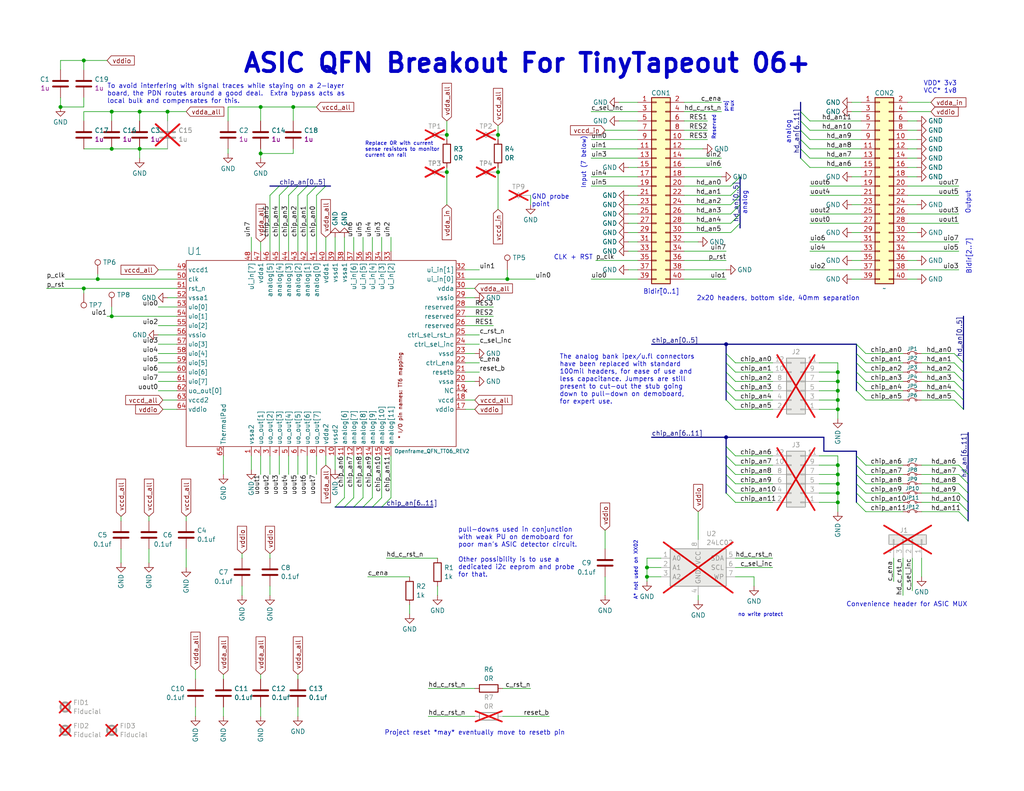
<source format=kicad_sch>
(kicad_sch (version 20231120) (generator "eeschema") (generator_version "8.0")
  (paper "A")
  (title_block (title "TT08 Openframe breakout") (date "2025-02-24") (rev "2.0.0") (company "Psychogenic Technologies") (comment 1 "(C) 2024-2025 Pat Deegan"))
  (junction (at 228.6 104.14))
  (junction (at 121.92 36.83))
  (junction (at 228.6 101.6))
  (junction (at 228.6 111.76))
  (junction (at 228.6 132.08))
  (junction (at 16.51 29.21))
  (junction (at 38.1 30.48))
  (junction (at 135.89 36.83))
  (junction (at 198.12 119.38))
  (junction (at 228.6 134.62))
  (junction (at 22.86 78.74))
  (junction (at 228.6 106.68))
  (junction (at 135.89 46.99))
  (junction (at 45.72 30.48))
  (junction (at 228.6 129.54))
  (junction (at 228.6 109.22))
  (junction (at 30.48 86.36))
  (junction (at 71.12 29.21))
  (junction (at 26.67 76.2))
  (junction (at 121.92 46.99))
  (junction (at 228.6 137.16))
  (junction (at 176.53 154.94))
  (junction (at 38.1 40.64))
  (junction (at 198.12 93.98))
  (junction (at 228.6 127))
  (junction (at 30.48 40.64))
  (junction (at 80.01 29.21))
  (junction (at 138.43 76.2))
  (junction (at 30.48 30.48))
  (junction (at 71.12 41.91))
  (junction (at 176.53 157.48))
  (junction (at 22.86 16.51))
  (bus_entry (at 261.62 137.16) (size 2.54 2.54))
  (bus_entry (at 261.62 134.62) (size 2.54 2.54))
  (bus_entry (at 201.93 50.8) (size -2.54 2.54))
  (bus_entry (at 198.12 121.92) (size 2.54 2.54))
  (bus_entry (at 233.68 137.16) (size 2.54 2.54))
  (bus_entry (at 198.12 104.14) (size 2.54 2.54))
  (bus_entry (at 218.44 40.64) (size 2.54 2.54))
  (bus_entry (at 96.52 138.43) (size 2.54 -2.54))
  (bus_entry (at 261.62 139.7) (size 2.54 2.54))
  (bus_entry (at 198.12 106.68) (size 2.54 2.54))
  (bus_entry (at 201.93 58.42) (size -2.54 2.54))
  (bus_entry (at 218.44 43.18) (size 2.54 2.54))
  (bus_entry (at 261.62 129.54) (size 2.54 2.54))
  (bus_entry (at 233.68 106.68) (size 2.54 2.54))
  (bus_entry (at 76.2 50.8) (size -2.54 2.54))
  (bus_entry (at 198.12 96.52) (size 2.54 2.54))
  (bus_entry (at 198.12 132.08) (size 2.54 2.54))
  (bus_entry (at 101.6 138.43) (size 2.54 -2.54))
  (bus_entry (at 198.12 127) (size 2.54 2.54))
  (bus_entry (at 93.98 138.43) (size 2.54 -2.54))
  (bus_entry (at 201.93 48.26) (size -2.54 2.54))
  (bus_entry (at 218.44 30.48) (size 2.54 2.54))
  (bus_entry (at 260.35 106.68) (size 2.54 2.54))
  (bus_entry (at 81.28 50.8) (size -2.54 2.54))
  (bus_entry (at 233.68 93.98) (size 2.54 2.54))
  (bus_entry (at 88.9 50.8) (size -2.54 2.54))
  (bus_entry (at 198.12 134.62) (size 2.54 2.54))
  (bus_entry (at 233.68 134.62) (size 2.54 2.54))
  (bus_entry (at 104.14 138.43) (size 2.54 -2.54))
  (bus_entry (at 218.44 38.1) (size 2.54 2.54))
  (bus_entry (at 198.12 101.6) (size 2.54 2.54))
  (bus_entry (at 233.68 104.14) (size 2.54 2.54))
  (bus_entry (at 260.35 104.14) (size 2.54 2.54))
  (bus_entry (at 91.44 138.43) (size 2.54 -2.54))
  (bus_entry (at 260.35 109.22) (size 2.54 2.54))
  (bus_entry (at 198.12 124.46) (size 2.54 2.54))
  (bus_entry (at 233.68 124.46) (size 2.54 2.54))
  (bus_entry (at 201.93 60.96) (size -2.54 2.54))
  (bus_entry (at 218.44 35.56) (size 2.54 2.54))
  (bus_entry (at 218.44 33.02) (size 2.54 2.54))
  (bus_entry (at 78.74 50.8) (size -2.54 2.54))
  (bus_entry (at 201.93 55.88) (size -2.54 2.54))
  (bus_entry (at 233.68 132.08) (size 2.54 2.54))
  (bus_entry (at 233.68 127) (size 2.54 2.54))
  (bus_entry (at 260.35 96.52) (size 2.54 2.54))
  (bus_entry (at 233.68 99.06) (size 2.54 2.54))
  (bus_entry (at 198.12 129.54) (size 2.54 2.54))
  (bus_entry (at 260.35 99.06) (size 2.54 2.54))
  (bus_entry (at 83.82 50.8) (size -2.54 2.54))
  (bus_entry (at 233.68 101.6) (size 2.54 2.54))
  (bus_entry (at 86.36 50.8) (size -2.54 2.54))
  (bus_entry (at 233.68 96.52) (size 2.54 2.54))
  (bus_entry (at 198.12 109.22) (size 2.54 2.54))
  (bus_entry (at 198.12 99.06) (size 2.54 2.54))
  (bus_entry (at 233.68 129.54) (size 2.54 2.54))
  (bus_entry (at 201.93 53.34) (size -2.54 2.54))
  (bus_entry (at 260.35 101.6) (size 2.54 2.54))
  (bus_entry (at 261.62 132.08) (size 2.54 2.54))
  (bus_entry (at 261.62 127) (size 2.54 2.54))
  (bus_entry (at 99.06 138.43) (size 2.54 -2.54))
  (bus (pts (xy 262.89 86.36) (xy 262.89 99.06)))
  (bus (pts (xy 262.89 99.06) (xy 262.89 101.6)))
  (wire (pts (xy 22.86 78.74) (xy 48.26 78.74)))
  (bus (pts (xy 264.16 132.08) (xy 264.16 134.62)))
  (wire (pts (xy 104.14 64.77) (xy 104.14 68.58)))
  (wire (pts (xy 186.69 60.96) (xy 199.39 60.96)))
  (bus (pts (xy 198.12 93.98) (xy 198.12 96.52)))
  (bus (pts (xy 218.44 27.94) (xy 218.44 30.48)))
  (wire (pts (xy 220.98 38.1) (xy 234.95 38.1)))
  (wire (pts (xy 251.46 152.4) (xy 251.46 157.48)))
  (wire (pts (xy 48.26 106.68) (xy 43.18 106.68)))
  (wire (pts (xy 68.58 64.77) (xy 68.58 68.58)))
  (wire (pts (xy 22.86 78.74) (xy 22.86 80.01)))
  (bus (pts (xy 177.8 119.38) (xy 198.12 119.38)))
  (wire (pts (xy 38.1 40.64) (xy 38.1 43.18)))
  (wire (pts (xy 104.14 124.46) (xy 104.14 135.89)))
  (wire (pts (xy 127 88.9) (xy 134.62 88.9)))
  (wire (pts (xy 99.06 124.46) (xy 99.06 135.89)))
  (wire (pts (xy 127 86.36) (xy 134.62 86.36)))
  (wire (pts (xy 186.69 76.2) (xy 198.12 76.2)))
  (wire (pts (xy 26.67 74.93) (xy 26.67 76.2)))
  (bus (pts (xy 264.16 118.11) (xy 264.16 129.54)))
  (bus (pts (xy 218.44 38.1) (xy 218.44 40.64)))
  (wire (pts (xy 93.98 64.77) (xy 93.98 68.58)))
  (wire (pts (xy 251.46 96.52) (xy 260.35 96.52)))
  (wire (pts (xy 161.29 38.1) (xy 173.99 38.1)))
  (wire (pts (xy 186.69 38.1) (xy 193.04 38.1)))
  (wire (pts (xy 99.06 64.77) (xy 99.06 68.58)))
  (wire (pts (xy 38.1 40.64) (xy 45.72 40.64)))
  (wire (pts (xy 228.6 129.54) (xy 228.6 132.08)))
  (bus (pts (xy 198.12 106.68) (xy 198.12 109.22)))
  (wire (pts (xy 220.98 66.04) (xy 234.95 66.04)))
  (bus (pts (xy 177.8 93.98) (xy 198.12 93.98)))
  (wire (pts (xy 165.1 144.78) (xy 165.1 149.86)))
  (wire (pts (xy 223.52 111.76) (xy 228.6 111.76)))
  (wire (pts (xy 186.69 68.58) (xy 198.12 68.58)))
  (wire (pts (xy 232.41 63.5) (xy 234.95 63.5)))
  (wire (pts (xy 76.2 53.34) (xy 76.2 68.58)))
  (wire (pts (xy 38.1 30.48) (xy 38.1 33.02)))
  (bus (pts (xy 262.89 106.68) (xy 262.89 109.22)))
  (wire (pts (xy 60.96 124.46) (xy 60.96 129.54)))
  (wire (pts (xy 186.69 48.26) (xy 196.85 48.26)))
  (bus (pts (xy 201.93 50.8) (xy 201.93 53.34)))
  (wire (pts (xy 30.48 40.64) (xy 38.1 40.64)))
  (wire (pts (xy 16.51 26.67) (xy 16.51 29.21)))
  (wire (pts (xy 232.41 30.48) (xy 234.95 30.48)))
  (bus (pts (xy 78.74 50.8) (xy 81.28 50.8)))
  (wire (pts (xy 186.69 30.48) (xy 196.85 30.48)))
  (wire (pts (xy 127 111.76) (xy 129.54 111.76)))
  (wire (pts (xy 165.1 157.48) (xy 165.1 162.56)))
  (wire (pts (xy 232.41 76.2) (xy 234.95 76.2)))
  (wire (pts (xy 186.69 33.02) (xy 193.04 33.02)))
  (wire (pts (xy 53.34 182.88) (xy 53.34 185.42)))
  (wire (pts (xy 223.52 124.46) (xy 228.6 124.46)))
  (wire (pts (xy 80.01 40.64) (xy 80.01 41.91)))
  (wire (pts (xy 200.66 104.14) (xy 210.82 104.14)))
  (wire (pts (xy 243.84 152.4) (xy 243.84 158.75)))
  (bus (pts (xy 198.12 99.06) (xy 198.12 101.6)))
  (wire (pts (xy 62.23 40.64) (xy 62.23 41.91)))
  (wire (pts (xy 71.12 40.64) (xy 71.12 41.91)))
  (wire (pts (xy 251.46 127) (xy 261.62 127)))
  (wire (pts (xy 22.86 29.21) (xy 16.51 29.21)))
  (wire (pts (xy 200.66 109.22) (xy 210.82 109.22)))
  (bus (pts (xy 264.16 139.7) (xy 264.16 142.24)))
  (wire (pts (xy 83.82 129.54) (xy 83.82 124.46)))
  (wire (pts (xy 223.52 101.6) (xy 228.6 101.6)))
  (wire (pts (xy 73.66 53.34) (xy 73.66 68.58)))
  (wire (pts (xy 247.65 45.72) (xy 250.19 45.72)))
  (wire (pts (xy 73.66 160.02) (xy 73.66 162.56)))
  (wire (pts (xy 176.53 154.94) (xy 180.34 154.94)))
  (bus (pts (xy 264.16 137.16) (xy 264.16 139.7)))
  (wire (pts (xy 228.6 132.08) (xy 228.6 134.62)))
  (bus (pts (xy 201.93 60.96) (xy 201.93 62.23)))
  (bus (pts (xy 233.68 129.54) (xy 233.68 132.08)))
  (wire (pts (xy 30.48 86.36) (xy 29.21 86.36)))
  (wire (pts (xy 220.98 40.64) (xy 234.95 40.64)))
  (bus (pts (xy 233.68 134.62) (xy 233.68 137.16)))
  (wire (pts (xy 71.12 66.04) (xy 71.12 68.58)))
  (wire (pts (xy 16.51 16.51) (xy 16.51 19.05)))
  (wire (pts (xy 101.6 124.46) (xy 101.6 135.89)))
  (wire (pts (xy 228.6 101.6) (xy 228.6 104.14)))
  (bus (pts (xy 233.68 104.14) (xy 233.68 106.68)))
  (wire (pts (xy 130.81 99.06) (xy 127 99.06)))
  (wire (pts (xy 228.6 137.16) (xy 228.6 139.7)))
  (wire (pts (xy 200.66 99.06) (xy 210.82 99.06)))
  (wire (pts (xy 223.52 109.22) (xy 228.6 109.22)))
  (wire (pts (xy 71.12 29.21) (xy 71.12 33.02)))
  (wire (pts (xy 186.69 50.8) (xy 199.39 50.8)))
  (wire (pts (xy 236.22 134.62) (xy 246.38 134.62)))
  (wire (pts (xy 228.6 109.22) (xy 228.6 111.76)))
  (wire (pts (xy 236.22 106.68) (xy 246.38 106.68)))
  (wire (pts (xy 73.66 129.54) (xy 73.66 124.46)))
  (wire (pts (xy 68.58 128.27) (xy 68.58 124.46)))
  (wire (pts (xy 236.22 127) (xy 246.38 127)))
  (bus (pts (xy 104.14 138.43) (xy 118.11 138.43)))
  (wire (pts (xy 186.69 71.12) (xy 198.12 71.12)))
  (wire (pts (xy 248.92 152.4) (xy 248.92 161.29)))
  (bus (pts (xy 86.36 50.8) (xy 88.9 50.8)))
  (bus (pts (xy 264.16 134.62) (xy 264.16 137.16)))
  (bus (pts (xy 233.68 124.46) (xy 233.68 127)))
  (bus (pts (xy 198.12 101.6) (xy 198.12 104.14)))
  (wire (pts (xy 176.53 152.4) (xy 176.53 154.94)))
  (bus (pts (xy 198.12 96.52) (xy 198.12 99.06)))
  (wire (pts (xy 251.46 106.68) (xy 260.35 106.68)))
  (wire (pts (xy 91.44 68.58) (xy 91.44 64.77)))
  (wire (pts (xy 48.26 76.2) (xy 26.67 76.2)))
  (bus (pts (xy 224.79 119.38) (xy 224.79 123.19)))
  (wire (pts (xy 228.6 104.14) (xy 228.6 106.68)))
  (bus (pts (xy 198.12 121.92) (xy 198.12 124.46)))
  (wire (pts (xy 81.28 184.15) (xy 81.28 185.42)))
  (wire (pts (xy 138.43 76.2) (xy 127 76.2)))
  (wire (pts (xy 101.6 64.77) (xy 101.6 68.58)))
  (wire (pts (xy 161.29 30.48) (xy 173.99 30.48)))
  (wire (pts (xy 247.65 58.42) (xy 261.62 58.42)))
  (wire (pts (xy 232.41 71.12) (xy 234.95 71.12)))
  (wire (pts (xy 247.65 73.66) (xy 261.62 73.66)))
  (wire (pts (xy 78.74 53.34) (xy 78.74 68.58)))
  (wire (pts (xy 60.96 193.04) (xy 60.96 195.58)))
  (wire (pts (xy 121.92 45.72) (xy 121.92 46.99)))
  (wire (pts (xy 247.65 50.8) (xy 261.62 50.8)))
  (wire (pts (xy 228.6 124.46) (xy 228.6 127)))
  (wire (pts (xy 161.29 43.18) (xy 173.99 43.18)))
  (wire (pts (xy 220.98 50.8) (xy 234.95 50.8)))
  (wire (pts (xy 220.98 58.42) (xy 234.95 58.42)))
  (wire (pts (xy 44.45 109.22) (xy 48.26 109.22)))
  (wire (pts (xy 71.12 29.21) (xy 62.23 29.21)))
  (wire (pts (xy 220.98 53.34) (xy 234.95 53.34)))
  (wire (pts (xy 200.66 134.62) (xy 210.82 134.62)))
  (wire (pts (xy 26.67 76.2) (xy 17.78 76.2)))
  (wire (pts (xy 62.23 29.21) (xy 62.23 33.02)))
  (wire (pts (xy 220.98 73.66) (xy 234.95 73.66)))
  (wire (pts (xy 228.6 127) (xy 228.6 129.54)))
  (wire (pts (xy 50.8 30.48) (xy 45.72 30.48)))
  (wire (pts (xy 200.66 101.6) (xy 210.82 101.6)))
  (wire (pts (xy 78.74 129.54) (xy 78.74 124.46)))
  (wire (pts (xy 71.12 195.58) (xy 71.12 193.04)))
  (wire (pts (xy 247.65 63.5) (xy 250.19 63.5)))
  (bus (pts (xy 262.89 101.6) (xy 262.89 104.14)))
  (wire (pts (xy 86.36 129.54) (xy 86.36 124.46)))
  (wire (pts (xy 236.22 137.16) (xy 246.38 137.16)))
  (wire (pts (xy 135.89 36.83) (xy 135.89 38.1)))
  (wire (pts (xy 162.56 71.12) (xy 173.99 71.12)))
  (wire (pts (xy 48.26 104.14) (xy 43.18 104.14)))
  (wire (pts (xy 60.96 184.15) (xy 60.96 185.42)))
  (wire (pts (xy 200.66 127) (xy 210.82 127)))
  (wire (pts (xy 127 109.22) (xy 129.54 109.22)))
  (wire (pts (xy 186.69 58.42) (xy 199.39 58.42)))
  (bus (pts (xy 101.6 138.43) (xy 99.06 138.43)))
  (wire (pts (xy 80.01 29.21) (xy 80.01 33.02)))
  (wire (pts (xy 200.66 137.16) (xy 210.82 137.16)))
  (wire (pts (xy 228.6 111.76) (xy 228.6 114.3)))
  (bus (pts (xy 201.93 58.42) (xy 201.93 60.96)))
  (wire (pts (xy 130.81 101.6) (xy 127 101.6)))
  (wire (pts (xy 100.33 157.48) (xy 111.76 157.48)))
  (wire (pts (xy 116.84 195.58) (xy 129.54 195.58)))
  (wire (pts (xy 220.98 43.18) (xy 234.95 43.18)))
  (wire (pts (xy 176.53 157.48) (xy 176.53 158.75)))
  (bus (pts (xy 201.93 53.34) (xy 201.93 55.88)))
  (wire (pts (xy 43.18 73.66) (xy 48.26 73.66)))
  (wire (pts (xy 251.46 99.06) (xy 260.35 99.06)))
  (wire (pts (xy 176.53 157.48) (xy 180.34 157.48)))
  (wire (pts (xy 106.68 124.46) (xy 106.68 135.89)))
  (wire (pts (xy 130.81 91.44) (xy 127 91.44)))
  (wire (pts (xy 88.9 124.46) (xy 88.9 127)))
  (wire (pts (xy 165.1 35.56) (xy 173.99 35.56)))
  (wire (pts (xy 236.22 99.06) (xy 246.38 99.06)))
  (wire (pts (xy 171.45 60.96) (xy 173.99 60.96)))
  (wire (pts (xy 171.45 53.34) (xy 173.99 53.34)))
  (wire (pts (xy 127 78.74) (xy 129.54 78.74)))
  (wire (pts (xy 161.29 50.8) (xy 173.99 50.8)))
  (wire (pts (xy 22.86 16.51) (xy 22.86 19.05)))
  (wire (pts (xy 251.46 134.62) (xy 261.62 134.62)))
  (wire (pts (xy 86.36 53.34) (xy 86.36 68.58)))
  (wire (pts (xy 200.66 111.76) (xy 210.82 111.76)))
  (wire (pts (xy 48.26 96.52) (xy 43.18 96.52)))
  (wire (pts (xy 223.52 134.62) (xy 228.6 134.62)))
  (bus (pts (xy 198.12 119.38) (xy 224.79 119.38)))
  (bus (pts (xy 262.89 104.14) (xy 262.89 106.68)))
  (wire (pts (xy 129.54 104.14) (xy 127 104.14)))
  (bus (pts (xy 73.66 50.8) (xy 76.2 50.8)))
  (wire (pts (xy 247.65 38.1) (xy 250.19 38.1)))
  (wire (pts (xy 176.53 154.94) (xy 176.53 157.48)))
  (wire (pts (xy 247.65 35.56) (xy 250.19 35.56)))
  (wire (pts (xy 119.38 160.02) (xy 119.38 162.56)))
  (wire (pts (xy 71.12 184.15) (xy 71.12 185.42)))
  (wire (pts (xy 88.9 64.77) (xy 88.9 68.58)))
  (bus (pts (xy 198.12 93.98) (xy 233.68 93.98)))
  (wire (pts (xy 200.66 152.4) (xy 210.82 152.4)))
  (wire (pts (xy 200.66 124.46) (xy 210.82 124.46)))
  (wire (pts (xy 105.41 152.4) (xy 119.38 152.4)))
  (wire (pts (xy 186.69 27.94) (xy 196.85 27.94)))
  (wire (pts (xy 228.6 134.62) (xy 228.6 137.16)))
  (wire (pts (xy 53.34 193.04) (xy 53.34 195.58)))
  (bus (pts (xy 99.06 138.43) (xy 96.52 138.43)))
  (wire (pts (xy 186.69 45.72) (xy 196.85 45.72)))
  (wire (pts (xy 71.12 129.54) (xy 71.12 124.46)))
  (wire (pts (xy 232.41 55.88) (xy 234.95 55.88)))
  (bus (pts (xy 233.68 127) (xy 233.68 129.54)))
  (wire (pts (xy 22.86 26.67) (xy 22.86 29.21)))
  (wire (pts (xy 186.69 66.04) (xy 190.5 66.04)))
  (wire (pts (xy 12.7 78.74) (xy 22.86 78.74)))
  (wire (pts (xy 81.28 193.04) (xy 81.28 195.58)))
  (wire (pts (xy 200.66 157.48) (xy 205.74 157.48)))
  (wire (pts (xy 86.36 29.21) (xy 80.01 29.21)))
  (wire (pts (xy 247.65 33.02) (xy 250.19 33.02)))
  (wire (pts (xy 48.26 83.82) (xy 43.18 83.82)))
  (wire (pts (xy 171.45 55.88) (xy 173.99 55.88)))
  (wire (pts (xy 161.29 76.2) (xy 173.99 76.2)))
  (wire (pts (xy 251.46 129.54) (xy 261.62 129.54)))
  (wire (pts (xy 251.46 101.6) (xy 260.35 101.6)))
  (wire (pts (xy 223.52 106.68) (xy 228.6 106.68)))
  (wire (pts (xy 171.45 45.72) (xy 173.99 45.72)))
  (wire (pts (xy 247.65 60.96) (xy 261.62 60.96)))
  (wire (pts (xy 223.52 127) (xy 228.6 127)))
  (wire (pts (xy 66.04 160.02) (xy 66.04 162.56)))
  (wire (pts (xy 81.28 53.34) (xy 81.28 68.58)))
  (bus (pts (xy 218.44 33.02) (xy 218.44 35.56)))
  (wire (pts (xy 80.01 29.21) (xy 71.12 29.21)))
  (wire (pts (xy 247.65 76.2) (xy 250.19 76.2)))
  (wire (pts (xy 200.66 132.08) (xy 210.82 132.08)))
  (wire (pts (xy 45.72 81.28) (xy 48.26 81.28)))
  (wire (pts (xy 186.69 53.34) (xy 199.39 53.34)))
  (wire (pts (xy 247.65 55.88) (xy 250.19 55.88)))
  (bus (pts (xy 198.12 129.54) (xy 198.12 132.08)))
  (bus (pts (xy 198.12 104.14) (xy 198.12 106.68)))
  (bus (pts (xy 81.28 50.8) (xy 83.82 50.8)))
  (bus (pts (xy 104.14 138.43) (xy 101.6 138.43)))
  (wire (pts (xy 247.65 68.58) (xy 261.62 68.58)))
  (wire (pts (xy 121.92 36.83) (xy 121.92 38.1)))
  (wire (pts (xy 138.43 73.66) (xy 138.43 76.2)))
  (wire (pts (xy 186.69 40.64) (xy 191.77 40.64)))
  (wire (pts (xy 50.8 149.86) (xy 50.8 154.94)))
  (bus (pts (xy 233.68 132.08) (xy 233.68 134.62)))
  (wire (pts (xy 48.26 99.06) (xy 43.18 99.06)))
  (wire (pts (xy 111.76 165.1) (xy 111.76 167.64)))
  (wire (pts (xy 236.22 132.08) (xy 246.38 132.08)))
  (bus (pts (xy 201.93 55.88) (xy 201.93 58.42)))
  (bus (pts (xy 198.12 124.46) (xy 198.12 127)))
  (wire (pts (xy 236.22 101.6) (xy 246.38 101.6)))
  (bus (pts (xy 264.16 129.54) (xy 264.16 132.08)))
  (wire (pts (xy 22.86 40.64) (xy 30.48 40.64)))
  (wire (pts (xy 91.44 128.27) (xy 91.44 124.46)))
  (wire (pts (xy 83.82 53.34) (xy 83.82 68.58)))
  (wire (pts (xy 71.12 41.91) (xy 80.01 41.91)))
  (wire (pts (xy 48.26 86.36) (xy 30.48 86.36)))
  (wire (pts (xy 223.52 137.16) (xy 228.6 137.16)))
  (wire (pts (xy 236.22 96.52) (xy 246.38 96.52)))
  (wire (pts (xy 116.84 187.96) (xy 129.54 187.96)))
  (wire (pts (xy 171.45 58.42) (xy 173.99 58.42)))
  (wire (pts (xy 247.65 66.04) (xy 261.62 66.04)))
  (bus (pts (xy 218.44 35.56) (xy 218.44 38.1)))
  (wire (pts (xy 121.92 33.02) (xy 121.92 36.83)))
  (wire (pts (xy 171.45 73.66) (xy 173.99 73.66)))
  (wire (pts (xy 93.98 124.46) (xy 93.98 135.89)))
  (wire (pts (xy 171.45 63.5) (xy 173.99 63.5)))
  (bus (pts (xy 88.9 50.8) (xy 90.17 50.8)))
  (wire (pts (xy 247.65 53.34) (xy 261.62 53.34)))
  (wire (pts (xy 121.92 46.99) (xy 121.92 55.88)))
  (wire (pts (xy 171.45 66.04) (xy 173.99 66.04)))
  (wire (pts (xy 186.69 43.18) (xy 196.85 43.18)))
  (bus (pts (xy 93.98 138.43) (xy 91.44 138.43)))
  (wire (pts (xy 66.04 151.13) (xy 66.04 152.4)))
  (wire (pts (xy 251.46 109.22) (xy 260.35 109.22)))
  (wire (pts (xy 96.52 64.77) (xy 96.52 68.58)))
  (wire (pts (xy 220.98 68.58) (xy 234.95 68.58)))
  (wire (pts (xy 135.89 46.99) (xy 135.89 57.15)))
  (wire (pts (xy 73.66 151.13) (xy 73.66 152.4)))
  (wire (pts (xy 50.8 140.97) (xy 50.8 142.24)))
  (wire (pts (xy 251.46 139.7) (xy 261.62 139.7)))
  (wire (pts (xy 161.29 40.64) (xy 173.99 40.64)))
  (wire (pts (xy 180.34 152.4) (xy 176.53 152.4)))
  (wire (pts (xy 22.86 33.02) (xy 22.86 30.48)))
  (wire (pts (xy 228.6 99.06) (xy 228.6 101.6)))
  (wire (pts (xy 168.91 33.02) (xy 173.99 33.02)))
  (wire (pts (xy 247.65 48.26) (xy 250.19 48.26)))
  (bus (pts (xy 198.12 132.08) (xy 198.12 134.62)))
  (wire (pts (xy 30.48 83.82) (xy 30.48 86.36)))
  (wire (pts (xy 146.05 76.2) (xy 138.43 76.2)))
  (wire (pts (xy 246.38 152.4) (xy 246.38 162.56)))
  (wire (pts (xy 45.72 30.48) (xy 45.72 33.02)))
  (wire (pts (xy 40.64 149.86) (xy 40.64 153.67)))
  (wire (pts (xy 33.02 140.97) (xy 33.02 142.24)))
  (bus (pts (xy 233.68 123.19) (xy 233.68 124.46)))
  (wire (pts (xy 30.48 30.48) (xy 30.48 33.02)))
  (wire (pts (xy 251.46 104.14) (xy 260.35 104.14)))
  (wire (pts (xy 200.66 106.68) (xy 210.82 106.68)))
  (bus (pts (xy 218.44 30.48) (xy 218.44 33.02)))
  (wire (pts (xy 106.68 68.58) (xy 106.68 64.77)))
  (wire (pts (xy 190.5 162.56) (xy 190.5 163.83)))
  (wire (pts (xy 236.22 109.22) (xy 246.38 109.22)))
  (bus (pts (xy 96.52 138.43) (xy 93.98 138.43)))
  (wire (pts (xy 186.69 35.56) (xy 193.04 35.56)))
  (wire (pts (xy 161.29 48.26) (xy 173.99 48.26)))
  (wire (pts (xy 38.1 30.48) (xy 30.48 30.48)))
  (bus (pts (xy 224.79 123.19) (xy 233.68 123.19)))
  (wire (pts (xy 33.02 149.86) (xy 33.02 153.67)))
  (bus (pts (xy 233.68 96.52) (xy 233.68 99.06)))
  (wire (pts (xy 220.98 35.56) (xy 234.95 35.56)))
  (wire (pts (xy 144.78 53.34) (xy 144.78 55.88)))
  (wire (pts (xy 247.65 40.64) (xy 250.19 40.64)))
  (wire (pts (xy 48.26 101.6) (xy 43.18 101.6)))
  (wire (pts (xy 22.86 30.48) (xy 30.48 30.48)))
  (wire (pts (xy 228.6 106.68) (xy 228.6 109.22)))
  (wire (pts (xy 130.81 73.66) (xy 127 73.66)))
  (wire (pts (xy 45.72 30.48) (xy 38.1 30.48)))
  (wire (pts (xy 232.41 27.94) (xy 234.95 27.94)))
  (wire (pts (xy 251.46 132.08) (xy 261.62 132.08)))
  (wire (pts (xy 220.98 60.96) (xy 234.95 60.96)))
  (wire (pts (xy 251.46 137.16) (xy 261.62 137.16)))
  (wire (pts (xy 96.52 124.46) (xy 96.52 135.89)))
  (wire (pts (xy 247.65 27.94) (xy 254 27.94)))
  (wire (pts (xy 29.21 16.51) (xy 22.86 16.51)))
  (wire (pts (xy 22.86 16.51) (xy 16.51 16.51)))
  (wire (pts (xy 236.22 139.7) (xy 246.38 139.7)))
  (wire (pts (xy 48.26 93.98) (xy 43.18 93.98)))
  (wire (pts (xy 186.69 63.5) (xy 199.39 63.5)))
  (wire (pts (xy 76.2 129.54) (xy 76.2 124.46)))
  (bus (pts (xy 262.89 109.22) (xy 262.89 111.76)))
  (bus (pts (xy 233.68 101.6) (xy 233.68 104.14)))
  (wire (pts (xy 223.52 132.08) (xy 228.6 132.08)))
  (wire (pts (xy 247.65 30.48) (xy 254 30.48)))
  (wire (pts (xy 236.22 129.54) (xy 246.38 129.54)))
  (wire (pts (xy 135.89 34.29) (xy 135.89 36.83)))
  (wire (pts (xy 40.64 140.97) (xy 40.64 142.24)))
  (wire (pts (xy 130.81 93.98) (xy 127 93.98)))
  (wire (pts (xy 223.52 129.54) (xy 228.6 129.54)))
  (wire (pts (xy 220.98 45.72) (xy 234.95 45.72)))
  (wire (pts (xy 127 83.82) (xy 134.62 83.82)))
  (wire (pts (xy 186.69 55.88) (xy 199.39 55.88)))
  (bus (pts (xy 198.12 127) (xy 198.12 129.54)))
  (wire (pts (xy 190.5 139.7) (xy 190.5 147.32)))
  (bus (pts (xy 218.44 40.64) (xy 218.44 43.18)))
  (wire (pts (xy 186.69 73.66) (xy 198.12 73.66)))
  (wire (pts (xy 232.41 48.26) (xy 234.95 48.26)))
  (bus (pts (xy 198.12 119.38) (xy 198.12 121.92)))
  (wire (pts (xy 171.45 68.58) (xy 173.99 68.58)))
  (wire (pts (xy 137.16 187.96) (xy 144.78 187.96)))
  (wire (pts (xy 81.28 129.54) (xy 81.28 124.46)))
  (wire (pts (xy 200.66 154.94) (xy 210.82 154.94)))
  (wire (pts (xy 43.18 91.44) (xy 48.26 91.44)))
  (wire (pts (xy 223.52 104.14) (xy 228.6 104.14)))
  (wire (pts (xy 137.16 195.58) (xy 149.86 195.58)))
  (wire (pts (xy 205.74 157.48) (xy 205.74 160.02)))
  (bus (pts (xy 233.68 99.06) (xy 233.68 101.6)))
  (wire (pts (xy 129.54 96.52) (xy 127 96.52)))
  (bus (pts (xy 201.93 48.26) (xy 201.93 50.8)))
  (wire (pts (xy 223.52 99.06) (xy 228.6 99.06)))
  (wire (pts (xy 200.66 129.54) (xy 210.82 129.54)))
  (wire (pts (xy 247.65 43.18) (xy 250.19 43.18)))
  (bus (pts (xy 233.68 93.98) (xy 233.68 96.52)))
  (wire (pts (xy 48.26 88.9) (xy 43.18 88.9)))
  (wire (pts (xy 71.12 41.91) (xy 71.12 43.18)))
  (bus (pts (xy 76.2 50.8) (xy 78.74 50.8)))
  (wire (pts (xy 135.89 45.72) (xy 135.89 46.99)))
  (wire (pts (xy 220.98 33.02) (xy 234.95 33.02)))
  (wire (pts (xy 236.22 104.14) (xy 246.38 104.14)))
  (wire (pts (xy 129.54 81.28) (xy 127 81.28)))
  (wire (pts (xy 247.65 71.12) (xy 250.19 71.12)))
  (wire (pts (xy 44.45 111.76) (xy 48.26 111.76)))
  (bus (pts (xy 83.82 50.8) (xy 86.36 50.8)))
  (wire (pts (xy 168.91 27.94) (xy 173.99 27.94)))
  (text "CLK + RST" (at 161.798 70.358 0) (effects (font (size 1.27 1.27)) (justify right)))
  (text "Convenience header for ASIC MUX" (at 230.886 165.1 0) (effects (font (size 1.27 1.27)) (justify left)))
  (text "Reserved" (at 194.818 34.798 90) (effects (font (size 1 1))))
  (text "ASIC QFN Breakout For TinyTapeout 06+" (at 66.04 20.32 0) (effects (font (size 5 5) (thickness 1) (bold yes)) (justify left bottom)))
  (text "VDD* 3v3\nVCC* 1v8" (at 256.54 23.876 0) (effects (font (size 1.27 1.27))))
  (text "A* not used on XX02" (at 173.482 155.702 90) (effects (font (size 1 1))))
  (text "2x20 headers, bottom side, 40mm separation" (at 212.344 81.534 0) (effects (font (size 1.27 1.27))))
  (text "no write protect" (at 207.518 167.894 0) (effects (font (size 1 1))))
  (text "pull-downs used in conjunction \nwith weak PU on demoboard for \npoor man's ASIC detector circuit.\n\nOther possibility is to use a\ndedicated i2c eeprom and probe \nfor that." (at 124.968 150.876 0) (effects (font (size 1.27 1.27)) (justify left)))
  (text "GND probe \npoint" (at 145.034 54.864 0) (effects (font (size 1.27 1.27)) (justify left)))
  (text "proj\nmux" (at 198.882 30.734 90) (effects (font (size 1 1)) (justify left)))
  (text "analog" (at 203.2 55.372 90) (effects (font (size 1.27 1.27))))
  (text "Bidir[0..1]" (at 185.42 79.756 0) (effects (font (size 1.27 1.27)) (justify right)))
  (text "analog" (at 215.138 36.068 90) (effects (font (size 1.27 1.27))))
  (text "Input (7 below)" (at 159.258 51.562 90) (effects (font (size 1.2 1.2)) (justify left)))
  (text "To avoid interfering with signal traces while staying on a 2-layer \nboard, the PDN routes around a good deal.  Extra bypass acts as \nlocal bulk and compensates for this." (at 29.21 25.654 0) (effects (font (size 1.27 1.27)) (justify left)))
  (text "Replace 0R with current\nsense resistors to monitor\ncurrent on rail" (at 99.568 40.894 0) (effects (font (size 1 1)) (justify left)))
  (text "Project reset *may* eventually move to resetb pin" (at 129.54 200.152 0) (effects (font (size 1.27 1.27))))
  (text "The analog bank ipex/u.fl connectors \nhave been replaced with standard \n100mil headers, for ease of use and\nless capacitance. Jumpers are still \npresent to cut-out the stub going \ndown to pull-down on demoboard, \nfor expert use." (at 152.654 103.632 0) (effects (font (size 1.27 1.27)) (justify left)))
  (text "Bidir[2..7]" (at 264.414 65.024 90) (effects (font (size 1.27 1.27)) (justify right)))
  (text "Output" (at 264.16 52.07 90) (effects (font (size 1.27 1.27)) (justify right)))
  (label "hd_an10" (at 232.41 35.56 180))
  (label "uout6" (at 220.98 50.8 0))
  (label "p_clk" (at 162.56 71.12 0))
  (label "c_sel_inc" (at 210.82 154.94 180))
  (label "hd_c_rst_n" (at 246.38 162.56 90))
  (label "hd_an8" (at 232.41 40.64 180))
  (label "hd_c_rst_n" (at 116.84 187.96 0))
  (label "chip_an9" (at 201.93 132.08 0))
  (label "uio7" (at 261.62 66.04 180))
  (label "uin4" (at 101.6 64.77 90))
  (label "p_rst" (at 198.12 71.12 180))
  (label "chip_an7" (at 237.49 129.54 0))
  (label "chip_an5" (at 201.93 111.76 0))
  (label "chip_an8" (at 201.93 129.54 0))
  (label "uio5" (at 261.62 68.58 180))
  (label "uout3" (at 76.2 129.54 270))
  (label "hd_an[0..5]" (at 201.93 49.53 270))
  (label "hd_an2" (at 196.85 55.88 180))
  (label "chip_an[6..11]" (at 177.8 119.38 0))
  (label "uio2" (at 220.98 73.66 0))
  (label "chip_an3" (at 237.49 104.14 0))
  (label "uin2" (at 196.85 43.18 180))
  (label "chip_an[6..11]" (at 105.41 138.43 0))
  (label "uio6" (at 43.18 101.6 180))
  (label "hd_an6" (at 254 127 0))
  (label "chip_an7" (at 201.93 127 0))
  (label "uio3" (at 43.18 93.98 180))
  (label "hd_an7" (at 232.41 43.18 180))
  (label "uin2" (at 106.68 64.77 90))
  (label "chip_an10" (at 104.14 124.46 270))
  (label "uin6" (at 96.52 64.77 90))
  (label "uout2" (at 220.98 58.42 0))
  (label "c_ena" (at 196.85 27.94 180))
  (label "hd_an0" (at 252.73 96.52 0))
  (label "uio1" (at 29.21 86.36 180))
  (label "hd_an6" (at 232.41 45.72 180))
  (label "c_sel_inc" (at 130.81 93.98 0))
  (label "chip_an11" (at 106.68 124.46 270))
  (label "chip_an1" (at 201.93 101.6 0))
  (label "chip_an11" (at 201.93 137.16 0))
  (label "RES1" (at 134.62 88.9 180))
  (label "uout7" (at 86.36 129.54 270))
  (label "uout1" (at 71.12 129.54 270))
  (label "chip_an10" (at 237.49 137.16 0))
  (label "reset_b" (at 130.81 101.6 0))
  (label "RES1" (at 193.04 33.02 180))
  (label "chip_an7" (at 96.52 124.46 270))
  (label "uin1" (at 161.29 40.64 0))
  (label "uin0" (at 161.29 38.1 0))
  (label "hd_an[0..5]" (at 262.89 86.36 270))
  (label "c_ena" (at 100.33 157.48 0))
  (label "chip_an2" (at 201.93 104.14 0))
  (label "chip_an6" (at 201.93 124.46 0))
  (label "c_sel_inc" (at 161.29 30.48 0))
  (label "uin5" (at 99.06 64.77 90))
  (label "chip_an9" (at 237.49 134.62 0))
  (label "uin3" (at 161.29 43.18 0))
  (label "uout3" (at 261.62 58.42 180))
  (label "uout5" (at 261.62 53.34 180))
  (label "hd_an9" (at 254 134.62 0))
  (label "uio5" (at 43.18 99.06 180))
  (label "hd_c_rst_n" (at 210.82 152.4 180))
  (label "uio4" (at 43.18 96.52 180))
  (label "hd_an4" (at 196.85 60.96 180))
  (label "chip_an8" (at 237.49 132.08 0))
  (label "c_sel_inc" (at 248.92 161.29 90))
  (label "hd_an11" (at 232.41 33.02 180))
  (label "hd_an7" (at 254 129.54 0))
  (label "uin3" (at 104.14 64.77 90))
  (label "reset_b" (at 149.86 195.58 180))
  (label "c_ena" (at 243.84 158.75 90))
  (label "uout5" (at 81.28 129.54 270))
  (label "chip_an4" (at 76.2 64.77 90))
  (label "p_rst" (at 12.7 78.74 0))
  (label "uin6" (at 196.85 45.72 180))
  (label "uin0" (at 146.05 76.2 0))
  (label "c_ena" (at 130.81 99.06 0))
  (label "hd_an0" (at 196.85 50.8 180))
  (label "chip_an[0..5]" (at 177.8 93.98 0))
  (label "uio0" (at 43.18 83.82 180))
  (label "chip_an11" (at 237.49 139.7 0))
  (label "uin7" (at 198.12 68.58 180))
  (label "hd_c_rst_n" (at 196.85 30.48 180))
  (label "hd_an11" (at 254 139.7 0))
  (label "uio7" (at 43.18 104.14 180))
  (label "hd_an5" (at 196.85 63.5 180))
  (label "hd_an1" (at 252.73 99.06 0))
  (label "chip_an6" (at 93.98 124.46 270))
  (label "chip_an5" (at 73.66 64.77 90))
  (label "uout0" (at 43.18 106.68 180))
  (label "RES3" (at 193.04 38.1 180))
  (label "chip_an8" (at 99.06 124.46 270))
  (label "chip_an4" (at 237.49 106.68 0))
  (label "uio1" (at 198.12 76.2 180))
  (label "c_rst_n" (at 130.81 91.44 0))
  (label "uout6" (at 83.82 129.54 270))
  (label "chip_an0" (at 237.49 96.52 0))
  (label "uout7" (at 261.62 50.8 180))
  (label "chip_an6" (at 237.49 127 0))
  (label "uin7" (at 68.58 64.77 90))
  (label "chip_an1" (at 237.49 99.06 0))
  (label "hd_an1" (at 196.85 53.34 180))
  (label "chip_an9" (at 101.6 124.46 270))
  (label "uout0" (at 220.98 60.96 0))
  (label "hd_an3" (at 252.73 104.14 0))
  (label "RES2" (at 134.62 86.36 180))
  (label "chip_an2" (at 237.49 101.6 0))
  (label "uout4" (at 78.74 129.54 270))
  (label "uout4" (at 220.98 53.34 0))
  (label "hd_an[6..11]" (at 264.16 118.11 270))
  (label "chip_an1" (at 83.82 64.77 90))
  (label "hd_an9" (at 232.41 38.1 180))
  (label "hd_c_rst_n" (at 105.41 152.4 0))
  (label "chip_an4" (at 201.93 109.22 0))
  (label "chip_an3" (at 201.93 106.68 0))
  (label "uio6" (at 220.98 66.04 0))
  (label "hd_an4" (at 252.73 106.68 0))
  (label "RES2" (at 193.04 35.56 180))
  (label "hd_an[6..11]" (at 218.44 41.91 90))
  (label "c_rst_n" (at 144.78 187.96 180))
  (label "hd_an2" (at 252.73 101.6 0))
  (label "chip_an10" (at 201.93 134.62 0))
  (label "chip_an[0..5]" (at 76.2 50.8 0))
  (label "uout1" (at 261.62 60.96 180))
  (label "p_clk" (at 17.78 76.2 180))
  (label "chip_an2" (at 81.28 64.77 90))
  (label "uout2" (at 73.66 129.54 270))
  (label "chip_an0" (at 201.93 99.06 0))
  (label "hd_an5" (at 252.73 109.22 0))
  (label "hd_an3" (at 196.85 58.42 180))
  (label "chip_an3" (at 78.74 64.77 90))
  (label "uio4" (at 220.98 68.58 0))
  (label "chip_an0" (at 86.36 64.77 90))
  (label "chip_an5" (at 237.49 109.22 0))
  (label "uin1" (at 130.81 73.66 0))
  (label "uin5" (at 161.29 50.8 0))
  (label "uio2" (at 43.18 88.9 180))
  (label "uio3" (at 261.62 73.66 180))
  (label "hd_c_rst_n" (at 116.84 195.58 0))
  (label "uio0" (at 161.29 76.2 0))
  (label "hd_an10" (at 254 137.16 0))
  (label "uin4" (at 161.29 48.26 0))
  (label "RES3" (at 134.62 83.82 180))
  (label "hd_an8" (at 254 132.08 0))
  (global_label "vccd_in" (shape input) (at 135.89 57.15 270) (property "Intersheetrefs" "${INTERSHEET_REFS}" (effects (hide yes))))
  (global_label "vddio" (shape input) (at 29.21 16.51 0) (property "Intersheetrefs" "${INTERSHEET_REFS}" (effects (hide yes))))
  (global_label "vdda_all" (shape input) (at 53.34 182.88 90) (property "Intersheetrefs" "${INTERSHEET_REFS}" (effects (hide yes))))
  (global_label "vccd_all" (shape input) (at 135.89 34.29 90) (property "Intersheetrefs" "${INTERSHEET_REFS}" (effects (hide yes))))
  (global_label "vccd_all" (shape input) (at 129.54 109.22 0) (property "Intersheetrefs" "${INTERSHEET_REFS}" (effects (hide yes))))
  (global_label "vddio" (shape input) (at 44.45 111.76 180) (property "Intersheetrefs" "${INTERSHEET_REFS}" (effects (hide yes))))
  (global_label "vddio" (shape input) (at 254 30.48 0) (property "Intersheetrefs" "${INTERSHEET_REFS}" (effects (hide yes))))
  (global_label "vddio" (shape input) (at 66.04 151.13 90) (property "Intersheetrefs" "${INTERSHEET_REFS}" (effects (hide yes))))
  (global_label "vccd_all" (shape input) (at 43.18 73.66 180) (property "Intersheetrefs" "${INTERSHEET_REFS}" (effects (hide yes))))
  (global_label "vccd_all" (shape input) (at 44.45 109.22 180) (property "Intersheetrefs" "${INTERSHEET_REFS}" (effects (hide yes))))
  (global_label "vddio" (shape input) (at 129.54 111.76 0) (property "Intersheetrefs" "${INTERSHEET_REFS}" (effects (hide yes))))
  (global_label "vccd_all" (shape input) (at 50.8 140.97 90) (property "Intersheetrefs" "${INTERSHEET_REFS}" (effects (hide yes))))
  (global_label "vccd_all" (shape input) (at 33.02 140.97 90) (property "Intersheetrefs" "${INTERSHEET_REFS}" (effects (hide yes))))
  (global_label "vdda_all" (shape input) (at 81.28 184.15 90) (property "Intersheetrefs" "${INTERSHEET_REFS}" (effects (hide yes))))
  (global_label "vdda_all" (shape input) (at 88.9 127 270) (property "Intersheetrefs" "${INTERSHEET_REFS}" (effects (hide yes))))
  (global_label "vdda_all" (shape input) (at 88.9 64.77 90) (property "Intersheetrefs" "${INTERSHEET_REFS}" (effects (hide yes))))
  (global_label "vccd_all" (shape input) (at 86.36 29.21 0) (property "Intersheetrefs" "${INTERSHEET_REFS}" (effects (hide yes))))
  (global_label "vdda_in" (shape input) (at 121.92 55.88 270) (property "Intersheetrefs" "${INTERSHEET_REFS}" (effects (hide yes))))
  (global_label "vdda_all" (shape input) (at 121.92 33.02 90) (property "Intersheetrefs" "${INTERSHEET_REFS}" (effects (hide yes))))
  (global_label "vdda_all" (shape input) (at 71.12 184.15 90) (property "Intersheetrefs" "${INTERSHEET_REFS}" (effects (hide yes))))
  (global_label "vccd_in" (shape input) (at 165.1 35.56 180) (property "Intersheetrefs" "${INTERSHEET_REFS}" (effects (hide yes))))
  (global_label "vdda_all" (shape input) (at 71.12 66.04 90) (property "Intersheetrefs" "${INTERSHEET_REFS}" (effects (hide yes))))
  (global_label "vddio" (shape input) (at 73.66 151.13 90) (property "Intersheetrefs" "${INTERSHEET_REFS}" (effects (hide yes))))
  (global_label "vdda_all" (shape input) (at 60.96 184.15 90) (property "Intersheetrefs" "${INTERSHEET_REFS}" (effects (hide yes))))
  (global_label "vddio" (shape input) (at 190.5 139.7 90) (property "Intersheetrefs" "${INTERSHEET_REFS}" (effects (hide yes))))
  (global_label "vccd_all" (shape input) (at 40.64 140.97 90) (property "Intersheetrefs" "${INTERSHEET_REFS}" (effects (hide yes))))
  (global_label "vdda_all" (shape input) (at 129.54 78.74 0) (property "Intersheetrefs" "${INTERSHEET_REFS}" (effects (hide yes))))
  (global_label "vdda_all" (shape input) (at 50.8 30.48 0) (property "Intersheetrefs" "${INTERSHEET_REFS}" (effects (hide yes))))
  (global_label "vdda_in" (shape input) (at 254 27.94 0) (property "Intersheetrefs" "${INTERSHEET_REFS}" (effects (hide yes))))
  (global_label "vddio" (shape input) (at 165.1 144.78 90) (property "Intersheetrefs" "${INTERSHEET_REFS}" (effects (hide yes))))
  (symbol (lib_id "Device:C") (at 53.34 189.23 0) (unit 1)
    (property "Reference" "C10" (at 50.4191 188.0178 0) (effects (justify right)))
    (property "Value" "0.1uf" (at 50.4191 190.4421 0) (effects (justify right)))
    (property "Footprint" "Capacitor_SMD:C_0402_1005Metric" (effects (hide yes)))
    (property "MPN" "CL05A104KA5NNNC" (effects (hide yes)))
    (property "MPN_ALT" "GRM155R71E104KE14J" (effects (hide yes)))
    (property "Characteristics" "100n 0402" (effects (hide yes)))
    (property "LCSC" "C100072" (effects (hide yes)))
  )
  (symbol (lib_id "Device:C") (at 73.66 156.21 180) (unit 1)
    (property "Reference" "C8" (at 76.581 154.9978 0) (effects (justify right)))
    (property "Value" "0.1uf" (at 76.581 157.4221 0) (effects (justify right)))
    (property "Footprint" "Capacitor_SMD:C_0402_1005Metric" (effects (hide yes)))
    (property "MPN" "CL05A104KA5NNNC" (effects (hide yes)))
    (property "MPN_ALT" "GRM155R71E104KE14J" (effects (hide yes)))
    (property "Characteristics" "100n 0402" (effects (hide yes)))
    (property "LCSC" "C100072" (effects (hide yes)))
  )
  (symbol (lib_id "Device:C") (at 40.64 146.05 0) (unit 1)
    (property "Reference" "C6" (at 45.72 146.05 0))
    (property "Value" "0.1uf" (at 44.45 148.59 0))
    (property "Footprint" "Capacitor_SMD:C_0402_1005Metric" (effects (hide yes)))
    (property "MPN" "CL05A104KA5NNNC" (effects (hide yes)))
    (property "MPN_ALT" "GRM155R71E104KE14J" (effects (hide yes)))
    (property "Characteristics" "100n 0402" (effects (hide yes)))
    (property "LCSC" "C100072" (effects (hide yes)))
  )
  (symbol (lib_id "Device:C") (at 71.12 189.23 0) (unit 1)
    (property "Reference" "C12" (at 74.041 188.0178 0) (effects (justify left)))
    (property "Value" "0.1uf" (at 74.041 190.4421 0) (effects (justify left)))
    (property "Footprint" "Capacitor_SMD:C_0402_1005Metric" (effects (hide yes)))
    (property "MPN" "CL05A104KA5NNNC" (effects (hide yes)))
    (property "MPN_ALT" "GRM155R71E104KE14J" (effects (hide yes)))
    (property "Characteristics" "100n 0402" (effects (hide yes)))
    (property "LCSC" "C100072" (effects (hide yes)))
  )
  (symbol (lib_id "Device:C") (at 33.02 146.05 180) (unit 1)
    (property "Reference" "C5" (at 27.94 146.05 0))
    (property "Value" "0.1uf" (at 27.94 148.59 0))
    (property "Footprint" "Capacitor_SMD:C_0402_1005Metric" (effects (hide yes)))
    (property "MPN" "CL05A104KA5NNNC" (effects (hide yes)))
    (property "MPN_ALT" "GRM155R71E104KE14J" (effects (hide yes)))
    (property "Characteristics" "100n 0402" (effects (hide yes)))
    (property "LCSC" "C100072" (effects (hide yes)))
  )
  (symbol (lib_id "Device:C") (at 81.28 189.23 180) (unit 1)
    (property "Reference" "C13" (at 84.201 188.0178 0) (effects (justify right)))
    (property "Value" "0.1uf" (at 84.201 190.4421 0) (effects (justify right)))
    (property "Footprint" "Capacitor_SMD:C_0402_1005Metric" (effects (hide yes)))
    (property "MPN" "CL05A104KA5NNNC" (effects (hide yes)))
    (property "MPN_ALT" "GRM155R71E104KE14J" (effects (hide yes)))
    (property "Characteristics" "100n 0402" (effects (hide yes)))
    (property "LCSC" "C100072" (effects (hide yes)))
  )
  (symbol (lib_id "Device:C") (at 50.8 146.05 180) (unit 1)
    (property "Reference" "C4" (at 53.721 144.8378 0) (effects (justify right)))
    (property "Value" "0.1uf" (at 53.721 147.2621 0) (effects (justify right)))
    (property "Footprint" "Capacitor_SMD:C_0402_1005Metric" (effects (hide yes)))
    (property "MPN" "CL05A104KA5NNNC" (effects (hide yes)))
    (property "MPN_ALT" "GRM155R71E104KE14J" (effects (hide yes)))
    (property "Characteristics" "100n 0402" (effects (hide yes)))
    (property "LCSC" "C100072" (effects (hide yes)))
  )
  (symbol (lib_id "power:GND") (at 16.51 29.21 0) (unit 1)
    (property "Reference" "#PWR02" (effects (hide yes)))
    (property "Value" "GND" (at 16.51 33.3431 0))
  )
  (symbol (lib_id "Connector_Generic:Conn_01x04") (at 248.92 147.32 270) (mirror x) (unit 1) (dnp yes)
    (property "Reference" "J1" (at 246.634 144.78 90))
    (property "Value" "Conn_01x04" (effects (hide yes)))
    (property "Footprint" "Connector_PinHeader_2.54mm:PinHeader_1x04_P2.54mm_Vertical" (effects (hide yes)))
    (property "Description" "Generic connector, single row, 01x04, script generated (kicad-library-utils/schlib/autogen/connector/)" (effects (hide yes)))
  )
  (symbol (lib_id "power:GND") (at 68.58 128.27 0) (unit 1)
    (property "Reference" "#PWR014" (effects (hide yes)))
    (property "Value" "GND" (at 68.58 133.35 90))
  )
  (symbol (lib_id "power:GND") (at 60.96 195.58 0) (unit 1)
    (property "Reference" "#PWR026" (effects (hide yes)))
    (property "Value" "GND" (at 60.96 200.66 90))
  )
  (symbol (lib_id "power:GND") (at 40.64 153.67 0) (unit 1)
    (property "Reference" "#PWR018" (effects (hide yes)))
    (property "Value" "GND" (at 40.64 158.75 90))
  )
  (symbol (lib_id "power:GND") (at 66.04 162.56 0) (unit 1)
    (property "Reference" "#PWR020" (effects (hide yes)))
    (property "Value" "GND" (at 66.04 167.64 90))
  )
  (symbol (lib_id "TinyTapeout:Openframe_QFN_TT06_REV2") (at 91.44 95.25 90) (unit 1)
    (property "Reference" "U1" (at 53.086 68.58 90) (effects (font (size 2 2))))
    (property "Value" "Openframe_QFN_TT06_REV2" (at 117.856 123.19 90) (effects (font (size 1 1))))
    (property "Footprint" "Package_DFN_QFN:QFN-64-1EP_9x9mm_P0.5mm_EP7.65x7.65mm" (effects (hide yes)))
    (property "Datasheet" "https://github.com/TinyTapeout/tt-multiplexer/blob/tt06-staging/docs/INFO.md#pinout" (effects (hide yes)))
    (property "Description" "Openframe QFN packaging, with TinyTapeout 6+ pin mapping" (effects (hide yes)))
    (property "Characteristics" "ASIC IC" (effects (hide yes)))
  )
  (symbol (lib_id "psypassives:C_1u_0603_50V") (at 16.51 22.86 0) (unit 1)
    (property "Reference" "C1" (at 13.5891 21.6478 0) (effects (justify right)))
    (property "Value" "C_1u_0603_50V" (effects (hide yes)))
    (property "Footprint" "Capacitor_SMD:C_0603_1608Metric" (effects (hide yes)))
    (property "Description" "Unpolarized capacitor" (effects (hide yes)))
    (property "MPN" "GRT188R61H105KE13D" (effects (hide yes)))
    (property "DigikeyPN" "490-12330-1-ND" (effects (hide yes)))
    (property "Display Value" "1u" (at 13.5891 24.0721 0) (effects (justify right)))
    (property "Characteristics" "1u 0603" (effects (hide yes)))
    (property "LCSC" "C5673" (effects (hide yes)))
  )
  (symbol (lib_id "Device:C") (at 60.96 189.23 0) (unit 1)
    (property "Reference" "C11" (at 63.881 188.0178 0) (effects (justify left)))
    (property "Value" "0.1uf" (at 63.881 190.4421 0) (effects (justify left)))
    (property "Footprint" "Capacitor_SMD:C_0402_1005Metric" (effects (hide yes)))
    (property "MPN" "CL05A104KA5NNNC" (effects (hide yes)))
    (property "MPN_ALT" "GRM155R71E104KE14J" (effects (hide yes)))
    (property "Characteristics" "100n 0402" (effects (hide yes)))
    (property "LCSC" "C100072" (effects (hide yes)))
  )
  (symbol (lib_id "Connector:TestPoint") (at 26.67 74.93 0) (unit 1) (in_bom no)
    (property "Reference" "TP6" (at 28.067 71.628 0) (effects (justify left)))
    (property "Value" "TestPoint" (effects (hide yes)))
    (property "Footprint" "TestPoint:TestPoint_Pad_D1.0mm" (effects (hide yes)))
    (property "Description" "test point" (effects (hide yes)))
  )
  (symbol (lib_id "power:GND") (at 91.44 64.77 180) (unit 1)
    (property "Reference" "#PWR06" (effects (hide yes)))
    (property "Value" "GND" (at 91.44 59.69 90))
  )
  (symbol (lib_id "power:GND") (at 250.19 43.18 90) (unit 1)
    (property "Reference" "#PWR038" (effects (hide yes)))
    (property "Value" "GND" (at 255.27 43.18 90))
  )
  (symbol (lib_id "power:GND") (at 71.12 195.58 0) (unit 1)
    (property "Reference" "#PWR027" (effects (hide yes)))
    (property "Value" "GND" (at 71.12 200.66 90))
  )
  (symbol (lib_id "psypassives:C_1u_0603_50V") (at 22.86 22.86 0) (unit 1)
    (property "Reference" "C19" (at 25.781 21.6478 0) (effects (justify left)))
    (property "Value" "C_1u_0603_50V" (effects (hide yes)))
    (property "Footprint" "Capacitor_SMD:C_0603_1608Metric" (effects (hide yes)))
    (property "Description" "Unpolarized capacitor" (effects (hide yes)))
    (property "MPN" "GRT188R61H105KE13D" (effects (hide yes)))
    (property "DigikeyPN" "490-12330-1-ND" (effects (hide yes)))
    (property "Display Value" "1u" (at 25.781 24.0721 0) (effects (justify left)))
    (property "Characteristics" "1u 0603" (effects (hide yes)))
    (property "LCSC" "C5673" (effects (hide yes)))
  )
  (symbol (lib_id "power:GND") (at 250.19 33.02 90) (unit 1)
    (property "Reference" "#PWR033" (effects (hide yes)))
    (property "Value" "GND" (at 255.27 33.02 90))
  )
  (symbol (lib_id "Device:C") (at 66.04 156.21 180) (unit 1)
    (property "Reference" "C7" (at 60.96 156.21 0))
    (property "Value" "0.1uf" (at 60.96 158.75 0))
    (property "Footprint" "Capacitor_SMD:C_0402_1005Metric" (effects (hide yes)))
    (property "MPN" "CL05A104KA5NNNC" (effects (hide yes)))
    (property "MPN_ALT" "GRM155R71E104KE14J" (effects (hide yes)))
    (property "Characteristics" "100n 0402" (effects (hide yes)))
    (property "LCSC" "C100072" (effects (hide yes)))
  )
  (symbol (lib_id "psypassives:C_1u_0603_50V") (at 38.1 36.83 0) (unit 1)
    (property "Reference" "C3" (at 41.021 35.6178 0) (effects (justify left)))
    (property "Value" "C_1u_0603_50V" (effects (hide yes)))
    (property "Footprint" "Capacitor_SMD:C_0603_1608Metric" (effects (hide yes)))
    (property "Description" "Unpolarized capacitor" (effects (hide yes)))
    (property "MPN" "GRT188R61H105KE13D" (effects (hide yes)))
    (property "DigikeyPN" "490-12330-1-ND" (effects (hide yes)))
    (property "Display Value" "1u" (at 41.021 38.0421 0) (effects (justify left)))
    (property "Characteristics" "1u 0603" (effects (hide yes)))
    (property "LCSC" "C5673" (effects (hide yes)))
  )
  (symbol (lib_id "power:GND") (at 196.85 48.26 90) (unit 1)
    (property "Reference" "#PWR041" (effects (hide yes)))
    (property "Value" "GND" (at 201.93 48.26 90))
  )
  (symbol (lib_id "Jumper:Jumper_2_Small_Bridged") (at 248.92 139.7 0) (unit 1) (exclude_from_sim yes) (in_bom no)
    (property "Reference" "JP12" (at 248.92 138.43 0) (effects (font (size 1 1))))
    (property "Value" "Jumper_2_Small_Bridged" (effects (hide yes)))
    (property "Footprint" "TinyTapeout:SolderJumper-2_P1.3mm_Bridged_RoundedPad1.0x1.5mmEasyCut" (effects (hide yes)))
    (property "Description" "Jumper, 2-pole, small symbol, bridged" (effects (hide yes)))
  )
  (symbol (lib_id "Jumper:Jumper_2_Small_Bridged") (at 248.92 96.52 0) (unit 1) (exclude_from_sim yes) (in_bom no)
    (property "Reference" "JP1" (at 248.92 95.25 0) (effects (font (size 1 1))))
    (property "Value" "Jumper_2_Small_Bridged" (effects (hide yes)))
    (property "Footprint" "TinyTapeout:SolderJumper-2_P1.3mm_Bridged_RoundedPad1.0x1.5mmEasyCut" (effects (hide yes)))
    (property "Description" "Jumper, 2-pole, small symbol, bridged" (effects (hide yes)))
  )
  (symbol (lib_id "power:GND") (at 81.28 195.58 0) (unit 1)
    (property "Reference" "#PWR028" (effects (hide yes)))
    (property "Value" "GND" (at 81.28 199.7131 0))
  )
  (symbol (lib_id "power:GND") (at 129.54 81.28 90) (unit 1)
    (property "Reference" "#PWR09" (effects (hide yes)))
    (property "Value" "GND" (at 134.62 81.28 90))
  )
  (symbol (lib_id "power:GND") (at 111.76 167.64 0) (unit 1)
    (property "Reference" "#PWR05" (effects (hide yes)))
    (property "Value" "GND" (at 111.76 171.7731 0))
  )
  (symbol (lib_id "Jumper:Jumper_2_Small_Bridged") (at 248.92 104.14 0) (unit 1) (exclude_from_sim yes) (in_bom no)
    (property "Reference" "JP4" (at 248.92 102.87 0) (effects (font (size 1 1))))
    (property "Value" "Jumper_2_Small_Bridged" (effects (hide yes)))
    (property "Footprint" "TinyTapeout:SolderJumper-2_P1.3mm_Bridged_RoundedPad1.0x1.5mmEasyCut" (effects (hide yes)))
    (property "Description" "Jumper, 2-pole, small symbol, bridged" (effects (hide yes)))
  )
  (symbol (lib_id "power:GND") (at 33.02 153.67 0) (unit 1)
    (property "Reference" "#PWR017" (effects (hide yes)))
    (property "Value" "GND" (at 33.02 158.75 90))
  )
  (symbol (lib_id "power:GND") (at 53.34 195.58 0) (unit 1)
    (property "Reference" "#PWR025" (effects (hide yes)))
    (property "Value" "GND" (at 53.34 200.66 90))
  )
  (symbol (lib_id "Connector_Generic:Conn_02x20_Odd_Even") (at 179.07 50.8 0) (unit 1)
    (property "Reference" "CON1" (at 180.34 25.4 0))
    (property "Value" "~" (at 180.34 78.74 0))
    (property "Footprint" "TinyTapeout:FH-00148_PinSocket_2x20_P2.54mm" (effects (hide yes)))
    (property "MPN" "NPTC202KFMS-RC" (effects (hide yes)))
    (property "MPN_ALT" "FH-00148" (effects (hide yes)))
    (property "Characteristics" "2x20 100 mil Receptacle SMT" (effects (hide yes)))
    (property "DigikeyPN" "S5690-ND" (effects (hide yes)))
    (property "LCSC" "C2685092" (effects (hide yes)))
  )
  (symbol (lib_id "power:GND") (at 250.19 63.5 90) (unit 1)
    (property "Reference" "#PWR052" (effects (hide yes)))
    (property "Value" "GND" (at 255.27 63.5 90))
  )
  (symbol (lib_id "power:GND") (at 171.45 60.96 270) (unit 1)
    (property "Reference" "#PWR049" (effects (hide yes)))
    (property "Value" "GND" (at 166.37 60.96 90))
  )
  (symbol (lib_id "power:GND") (at 232.41 76.2 270) (unit 1)
    (property "Reference" "#PWR060" (effects (hide yes)))
    (property "Value" "GND" (at 227.33 76.2 90))
  )
  (symbol (lib_id "power:GND") (at 144.78 55.88 0) (unit 1)
    (property "Reference" "#PWR013" (effects (hide yes)))
    (property "Value" "GND" (at 144.78 60.0131 0))
  )
  (symbol (lib_id "power:GND") (at 250.19 55.88 90) (unit 1)
    (property "Reference" "#PWR047" (effects (hide yes)))
    (property "Value" "GND" (at 255.27 55.88 90))
  )
  (symbol (lib_id "Connector:TestPoint") (at 30.48 83.82 0) (unit 1) (in_bom no)
    (property "Reference" "TP8" (at 31.877 80.518 0) (effects (justify left)))
    (property "Value" "TestPoint" (effects (hide yes)))
    (property "Footprint" "TestPoint:TestPoint_Pad_D1.0mm" (effects (hide yes)))
    (property "Description" "test point" (effects (hide yes)))
  )
  (symbol (lib_id "Device:R") (at 133.35 187.96 90) (unit 1)
    (property "Reference" "R6" (at 133.35 182.7995 90))
    (property "Value" "0R" (at 133.35 185.2238 90))
    (property "Footprint" "Resistor_SMD:R_0402_1005Metric" (effects (hide yes)))
    (property "Description" "Resistor" (effects (hide yes)))
    (property "Characteristics" "0R 0402" (effects (hide yes)))
  )
  (symbol (lib_id "psypassives:C_1u_0603_50V") (at 71.12 36.83 0) (unit 1)
    (property "Reference" "C14" (at 74.041 35.6178 0) (effects (justify left)))
    (property "Value" "C_1u_0603_50V" (effects (hide yes)))
    (property "Footprint" "Capacitor_SMD:C_0603_1608Metric" (effects (hide yes)))
    (property "Description" "Unpolarized capacitor" (effects (hide yes)))
    (property "MPN" "GRT188R61H105KE13D" (effects (hide yes)))
    (property "DigikeyPN" "490-12330-1-ND" (effects (hide yes)))
    (property "Display Value" "1u" (at 74.041 38.0421 0) (effects (justify left)))
    (property "Characteristics" "1u 0603" (effects (hide yes)))
    (property "LCSC" "C5673" (effects (hide yes)))
  )
  (symbol (lib_id "power:GND") (at 168.91 27.94 270) (unit 1)
    (property "Reference" "#PWR029" (effects (hide yes)))
    (property "Value" "GND" (at 163.83 27.94 90))
  )
  (symbol (lib_id "Device:R") (at 119.38 156.21 0) (unit 1)
    (property "Reference" "R1" (at 121.158 154.9978 0) (effects (justify left)))
    (property "Value" "1k" (at 121.158 157.4221 0) (effects (justify left)))
    (property "Footprint" "Resistor_SMD:R_0402_1005Metric" (effects (hide yes)))
    (property "Description" "Resistor" (effects (hide yes)))
    (property "Characteristics" "1k 0402" (effects (hide yes)))
    (property "LCSC" "C202394" (effects (hide yes)))
  )
  (symbol (lib_id "psypassives:C_1u_0603_50V") (at 62.23 36.83 0) (unit 1)
    (property "Reference" "C2" (at 65.151 35.6178 0) (effects (justify left)))
    (property "Value" "C_1u_0603_50V" (effects (hide yes)))
    (property "Footprint" "Capacitor_SMD:C_0603_1608Metric" (effects (hide yes)))
    (property "Description" "Unpolarized capacitor" (effects (hide yes)))
    (property "MPN" "GRT188R61H105KE13D" (effects (hide yes)))
    (property "DigikeyPN" "490-12330-1-ND" (effects (hide yes)))
    (property "Display Value" "1u" (at 65.151 38.0421 0) (effects (justify left)))
    (property "Characteristics" "1u 0603" (effects (hide yes)))
    (property "LCSC" "C5673" (effects (hide yes)))
  )
  (symbol (lib_id "Connector:TestPoint_Alt") (at 135.89 46.99 90) (unit 1) (dnp yes)
    (property "Reference" "TP4" (at 132.588 44.6349 90))
    (property "Value" "TestPoint_Alt" (effects (hide yes)))
    (property "Footprint" "TestPoint:TestPoint_Keystone_5019_Minature" (effects (hide yes)))
    (property "Description" "test point (alternative shape)" (effects (hide yes)))
    (property "MPN" "5019" (effects (hide yes)))
    (property "DigikeyPN" "36-5019CT-ND" (effects (hide yes)))
    (property "LCSC" "C238131" (effects (hide yes)))
  )
  (symbol (lib_id "power:GND") (at 190.5 66.04 90) (unit 1)
    (property "Reference" "#PWR054" (effects (hide yes)))
    (property "Value" "GND" (at 195.58 66.04 90))
  )
  (symbol (lib_id "power:GND") (at 171.45 66.04 270) (unit 1)
    (property "Reference" "#PWR053" (effects (hide yes)))
    (property "Value" "GND" (at 166.37 66.04 90))
  )
  (symbol (lib_id "power:GND") (at 45.72 81.28 270) (unit 1)
    (property "Reference" "#PWR08" (effects (hide yes)))
    (property "Value" "GND" (at 40.64 81.28 90))
  )
  (symbol (lib_id "power:GND") (at 171.45 73.66 270) (unit 1)
    (property "Reference" "#PWR058" (effects (hide yes)))
    (property "Value" "GND" (at 166.37 73.66 90))
  )
  (symbol (lib_id "power:GND") (at 165.1 162.56 0) (unit 1)
    (property "Reference" "#PWR022" (effects (hide yes)))
    (property "Value" "GND" (at 165.1 166.6931 0))
  )
  (symbol (lib_id "power:GND") (at 60.96 129.54 0) (unit 1)
    (property "Reference" "#PWR016" (effects (hide yes)))
    (property "Value" "GND" (at 60.96 134.62 90))
  )
  (symbol (lib_id "Connector_Generic:Conn_02x06_Odd_Even") (at 218.44 132.08 180) (unit 1) (dnp yes)
    (property "Reference" "J3" (at 217.17 121.4699 0))
    (property "Value" "Conn_02x06_Odd_Even" (effects (hide yes)))
    (property "Footprint" "Connector_PinHeader_2.54mm:PinHeader_2x06_P2.54mm_Vertical" (effects (hide yes)))
    (property "Description" "Generic connector, double row, 02x06, odd/even pin numbering scheme (row 1 odd numbers, row 2 even numbers), script generated (kicad-library-utils/schlib/autogen/connector/)" (effects (hide yes)))
  )
  (symbol (lib_id "Jumper:Jumper_2_Small_Bridged") (at 248.92 109.22 0) (unit 1) (exclude_from_sim yes) (in_bom no)
    (property "Reference" "JP6" (at 248.92 107.95 0) (effects (font (size 1 1))))
    (property "Value" "Jumper_2_Small_Bridged" (effects (hide yes)))
    (property "Footprint" "TinyTapeout:SolderJumper-2_P1.3mm_Bridged_RoundedPad1.0x1.5mmEasyCut" (effects (hide yes)))
    (property "Description" "Jumper, 2-pole, small symbol, bridged" (effects (hide yes)))
  )
  (symbol (lib_id "power:GND") (at 168.91 33.02 270) (unit 1)
    (property "Reference" "#PWR032" (effects (hide yes)))
    (property "Value" "GND" (at 163.83 33.02 90))
  )
  (symbol (lib_id "power:GND") (at 171.45 63.5 270) (unit 1)
    (property "Reference" "#PWR050" (effects (hide yes)))
    (property "Value" "GND" (at 166.37 63.5 90))
  )
  (symbol (lib_id "power:GND") (at 119.38 162.56 0) (unit 1)
    (property "Reference" "#PWR01" (effects (hide yes)))
    (property "Value" "GND" (at 119.38 166.6931 0))
  )
  (symbol (lib_id "Memory_EEPROM:24LC02") (at 190.5 154.94 0) (unit 1) (dnp yes)
    (property "Reference" "U2" (at 192.6941 145.7155 0) (effects (justify left)))
    (property "Value" "24LC02" (at 192.6941 148.1398 0) (effects (justify left)))
    (property "Footprint" "Package_DFN_QFN:DFN-8-1EP_3x2mm_P0.5mm_EP1.75x1.45mm" (effects (hide yes)))
    (property "Datasheet" "http://ww1.microchip.com/downloads/en/DeviceDoc/21709c.pdf" (effects (hide yes)))
    (property "Description" "I2C Serial EEPROM, 2Kb, DIP-8/SOIC-8/TSSOP-8/DFN-8" (effects (hide yes)))
    (property "Characteristics" "I2C eeprom DFN 3x2" (effects (hide yes)))
    (property "MPN" "24LC02BT-I/MC" (effects (hide yes)))
    (property "DigikeyPN" "24LC02BT-I/MCCT-ND" (effects (hide yes)))
    (property "LCSC" "C612280" (effects (hide yes)))
  )
  (symbol (lib_id "Device:R") (at 121.92 41.91 0) (unit 1)
    (property "Reference" "R3" (at 123.698 40.6978 0) (effects (justify left)))
    (property "Value" "0R" (at 123.698 43.1221 0) (effects (justify left)))
    (property "Footprint" "Resistor_SMD:R_1206_3216Metric" (effects (hide yes)))
    (property "Description" "Resistor" (effects (hide yes)))
    (property "Characteristics" "0R 1206" (effects (hide yes)))
  )
  (symbol (lib_id "power:GND") (at 71.12 43.18 0) (unit 1)
    (property "Reference" "#PWR077" (effects (hide yes)))
    (property "Value" "GND" (at 71.12 47.3131 0))
  )
  (symbol (lib_id "Jumper:Jumper_2_Small_Bridged") (at 248.92 127 0) (unit 1) (exclude_from_sim yes) (in_bom no)
    (property "Reference" "JP7" (at 248.92 125.73 0) (effects (font (size 1 1))))
    (property "Value" "Jumper_2_Small_Bridged" (effects (hide yes)))
    (property "Footprint" "TinyTapeout:SolderJumper-2_P1.3mm_Bridged_RoundedPad1.0x1.5mmEasyCut" (effects (hide yes)))
    (property "Description" "Jumper, 2-pole, small symbol, bridged" (effects (hide yes)))
  )
  (symbol (lib_id "power:GND") (at 250.19 76.2 90) (unit 1)
    (property "Reference" "#PWR061" (effects (hide yes)))
    (property "Value" "GND" (at 255.27 76.2 90))
  )
  (symbol (lib_id "power:GND") (at 250.19 40.64 90) (unit 1)
    (property "Reference" "#PWR037" (effects (hide yes)))
    (property "Value" "GND" (at 255.27 40.64 90))
  )
  (symbol (lib_id "power:GND") (at 232.41 63.5 270) (unit 1)
    (property "Reference" "#PWR051" (effects (hide yes)))
    (property "Value" "GND" (at 227.33 63.5 90))
  )
  (symbol (lib_id "Jumper:Jumper_2_Small_Bridged") (at 248.92 137.16 0) (unit 1) (exclude_from_sim yes) (in_bom no)
    (property "Reference" "JP11" (at 248.92 135.89 0) (effects (font (size 1 1))))
    (property "Value" "Jumper_2_Small_Bridged" (effects (hide yes)))
    (property "Footprint" "TinyTapeout:SolderJumper-2_P1.3mm_Bridged_RoundedPad1.0x1.5mmEasyCut" (effects (hide yes)))
    (property "Description" "Jumper, 2-pole, small symbol, bridged" (effects (hide yes)))
  )
  (symbol (lib_id "power:GND") (at 93.98 64.77 180) (unit 1)
    (property "Reference" "#PWR07" (effects (hide yes)))
    (property "Value" "GND" (at 93.98 59.69 90))
  )
  (symbol (lib_id "power:GND") (at 62.23 41.91 0) (unit 1)
    (property "Reference" "#PWR03" (effects (hide yes)))
    (property "Value" "GND" (at 62.23 46.0431 0))
  )
  (symbol (lib_id "Connector:TestPoint_Alt") (at 135.89 36.83 90) (unit 1) (dnp yes)
    (property "Reference" "TP2" (at 132.588 34.4749 90))
    (property "Value" "TestPoint_Alt" (effects (hide yes)))
    (property "Footprint" "TestPoint:TestPoint_Keystone_5019_Minature" (effects (hide yes)))
    (property "Description" "test point (alternative shape)" (effects (hide yes)))
    (property "MPN" "5019" (effects (hide yes)))
    (property "DigikeyPN" "36-5019CT-ND" (effects (hide yes)))
    (property "LCSC" "C238131" (effects (hide yes)))
  )
  (symbol (lib_id "power:GND") (at 50.8 154.94 0) (unit 1)
    (property "Reference" "#PWR019" (effects (hide yes)))
    (property "Value" "GND" (at 50.8 160.02 90))
  )
  (symbol (lib_id "power:GND") (at 171.45 58.42 270) (unit 1)
    (property "Reference" "#PWR048" (effects (hide yes)))
    (property "Value" "GND" (at 166.37 58.42 90))
  )
  (symbol (lib_id "power:GND") (at 73.66 162.56 0) (unit 1)
    (property "Reference" "#PWR021" (effects (hide yes)))
    (property "Value" "GND" (at 73.66 167.64 90))
  )
  (symbol (lib_id "psypassives:C_1u_0603_50V") (at 30.48 36.83 0) (unit 1)
    (property "Reference" "C16" (at 33.401 35.6178 0) (effects (justify left)))
    (property "Value" "C_1u_0603_50V" (effects (hide yes)))
    (property "Footprint" "Capacitor_SMD:C_0603_1608Metric" (effects (hide yes)))
    (property "Description" "Unpolarized capacitor" (effects (hide yes)))
    (property "MPN" "GRT188R61H105KE13D" (effects (hide yes)))
    (property "DigikeyPN" "490-12330-1-ND" (effects (hide yes)))
    (property "Display Value" "1u" (at 33.401 38.0421 0) (effects (justify left)))
    (property "Characteristics" "1u 0603" (effects (hide yes)))
    (property "LCSC" "C5673" (effects (hide yes)))
  )
  (symbol (lib_id "Device:R") (at 133.35 195.58 90) (unit 1) (dnp yes)
    (property "Reference" "R7" (at 133.35 190.4195 90))
    (property "Value" "0R" (at 133.35 192.8438 90))
    (property "Footprint" "Resistor_SMD:R_0402_1005Metric" (effects (hide yes)))
    (property "Description" "Resistor" (effects (hide yes)))
    (property "Characteristics" "0R 0402" (effects (hide yes)))
  )
  (symbol (lib_id "power:GND") (at 250.19 71.12 90) (unit 1)
    (property "Reference" "#PWR057" (effects (hide yes)))
    (property "Value" "GND" (at 255.27 71.12 90))
  )
  (symbol (lib_id "power:GND") (at 198.12 73.66 90) (unit 1)
    (property "Reference" "#PWR059" (effects (hide yes)))
    (property "Value" "GND" (at 203.2 73.66 90))
  )
  (symbol (lib_id "Jumper:Jumper_2_Small_Bridged") (at 248.92 129.54 0) (unit 1) (exclude_from_sim yes) (in_bom no)
    (property "Reference" "JP8" (at 248.92 128.27 0) (effects (font (size 1 1))))
    (property "Value" "Jumper_2_Small_Bridged" (effects (hide yes)))
    (property "Footprint" "TinyTapeout:SolderJumper-2_P1.3mm_Bridged_RoundedPad1.0x1.5mmEasyCut" (effects (hide yes)))
    (property "Description" "Jumper, 2-pole, small symbol, bridged" (effects (hide yes)))
  )
  (symbol (lib_id "Connector:TestPoint_Alt") (at 121.92 46.99 90) (unit 1) (dnp yes)
    (property "Reference" "TP3" (at 118.618 44.6349 90))
    (property "Value" "TestPoint_Alt" (effects (hide yes)))
    (property "Footprint" "TestPoint:TestPoint_Keystone_5019_Minature" (effects (hide yes)))
    (property "Description" "test point (alternative shape)" (effects (hide yes)))
    (property "MPN" "5019" (effects (hide yes)))
    (property "DigikeyPN" "36-5019CT-ND" (effects (hide yes)))
    (property "LCSC" "C238131" (effects (hide yes)))
  )
  (symbol (lib_id "Mechanical:Fiducial") (at 17.78 199.39 0) (unit 1) (exclude_from_sim yes) (in_bom no) (dnp yes)
    (property "Reference" "FID2" (at 19.939 198.1778 0) (effects (justify left)))
    (property "Value" "Fiducial" (at 19.939 200.6021 0) (effects (justify left)))
    (property "Footprint" "Fiducial:Fiducial_1mm_Mask2mm" (effects (hide yes)))
    (property "Description" "Fiducial Marker" (effects (hide yes)))
  )
  (symbol (lib_id "Jumper:Jumper_2_Small_Bridged") (at 248.92 132.08 0) (unit 1) (exclude_from_sim yes) (in_bom no)
    (property "Reference" "JP9" (at 248.92 130.81 0) (effects (font (size 1 1))))
    (property "Value" "Jumper_2_Small_Bridged" (effects (hide yes)))
    (property "Footprint" "TinyTapeout:SolderJumper-2_P1.3mm_Bridged_RoundedPad1.0x1.5mmEasyCut" (effects (hide yes)))
    (property "Description" "Jumper, 2-pole, small symbol, bridged" (effects (hide yes)))
  )
  (symbol (lib_id "power:GND") (at 129.54 104.14 90) (unit 1)
    (property "Reference" "#PWR012" (effects (hide yes)))
    (property "Value" "GND" (at 134.62 104.14 90))
  )
  (symbol (lib_id "power:GND") (at 228.6 114.3 0) (unit 1)
    (property "Reference" "#PWR024" (effects (hide yes)))
    (property "Value" "GND" (at 228.6 119.38 90))
  )
  (symbol (lib_id "Connector:TestPoint") (at 22.86 80.01 180) (unit 1) (in_bom no)
    (property "Reference" "TP7" (at 24.257 83.312 0) (effects (justify right)))
    (property "Value" "TestPoint" (effects (hide yes)))
    (property "Footprint" "TestPoint:TestPoint_Pad_D1.0mm" (effects (hide yes)))
    (property "Description" "test point" (effects (hide yes)))
  )
  (symbol (lib_id "Jumper:Jumper_2_Small_Bridged") (at 248.92 101.6 0) (unit 1) (exclude_from_sim yes) (in_bom no)
    (property "Reference" "JP3" (at 248.92 100.33 0) (effects (font (size 1 1))))
    (property "Value" "Jumper_2_Small_Bridged" (effects (hide yes)))
    (property "Footprint" "TinyTapeout:SolderJumper-2_P1.3mm_Bridged_RoundedPad1.0x1.5mmEasyCut" (effects (hide yes)))
    (property "Description" "Jumper, 2-pole, small symbol, bridged" (effects (hide yes)))
  )
  (symbol (lib_id "Jumper:Jumper_2_Small_Bridged") (at 248.92 99.06 0) (unit 1) (exclude_from_sim yes) (in_bom no)
    (property "Reference" "JP2" (at 248.92 97.79 0) (effects (font (size 1 1))))
    (property "Value" "Jumper_2_Small_Bridged" (effects (hide yes)))
    (property "Footprint" "TinyTapeout:SolderJumper-2_P1.3mm_Bridged_RoundedPad1.0x1.5mmEasyCut" (effects (hide yes)))
    (property "Description" "Jumper, 2-pole, small symbol, bridged" (effects (hide yes)))
  )
  (symbol (lib_id "power:GND") (at 129.54 96.52 90) (unit 1)
    (property "Reference" "#PWR011" (effects (hide yes)))
    (property "Value" "GND" (at 134.62 96.52 90))
  )
  (symbol (lib_id "power:GND") (at 251.46 157.48 0) (unit 1)
    (property "Reference" "#PWR023" (effects (hide yes)))
    (property "Value" "GND" (at 251.46 161.6131 0))
  )
  (symbol (lib_id "power:GND") (at 171.45 45.72 270) (unit 1)
    (property "Reference" "#PWR039" (effects (hide yes)))
    (property "Value" "GND" (at 166.37 45.72 90))
  )
  (symbol (lib_id "power:GND") (at 171.45 68.58 270) (unit 1)
    (property "Reference" "#PWR055" (effects (hide yes)))
    (property "Value" "GND" (at 166.37 68.58 90))
  )
  (symbol (lib_id "Connector_Generic:Conn_02x06_Odd_Even") (at 218.44 106.68 180) (unit 1) (dnp yes)
    (property "Reference" "J2" (at 217.17 96.0699 0))
    (property "Value" "Conn_02x06_Odd_Even" (effects (hide yes)))
    (property "Footprint" "Connector_PinHeader_2.54mm:PinHeader_2x06_P2.54mm_Vertical" (effects (hide yes)))
    (property "Description" "Generic connector, double row, 02x06, odd/even pin numbering scheme (row 1 odd numbers, row 2 even numbers), script generated (kicad-library-utils/schlib/autogen/connector/)" (effects (hide yes)))
  )
  (symbol (lib_id "power:GND") (at 232.41 71.12 270) (unit 1)
    (property "Reference" "#PWR056" (effects (hide yes)))
    (property "Value" "GND" (at 227.33 71.12 90))
  )
  (symbol (lib_id "Mechanical:Fiducial") (at 30.48 199.39 0) (unit 1) (exclude_from_sim yes) (in_bom no) (dnp yes)
    (property "Reference" "FID3" (at 32.639 198.1778 0) (effects (justify left)))
    (property "Value" "Fiducial" (at 32.639 200.6021 0) (effects (justify left)))
    (property "Footprint" "Fiducial:Fiducial_1mm_Mask2mm" (effects (hide yes)))
    (property "Description" "Fiducial Marker" (effects (hide yes)))
  )
  (symbol (lib_id "Connector:TestPoint") (at 138.43 73.66 0) (unit 1) (in_bom no)
    (property "Reference" "TP5" (at 139.827 70.358 0) (effects (justify left)))
    (property "Value" "TestPoint" (effects (hide yes)))
    (property "Footprint" "TestPoint:TestPoint_Pad_D1.0mm" (effects (hide yes)))
    (property "Description" "test point" (effects (hide yes)))
  )
  (symbol (lib_id "power:GND") (at 232.41 55.88 270) (unit 1)
    (property "Reference" "#PWR046" (effects (hide yes)))
    (property "Value" "GND" (at 227.33 55.88 90))
  )
  (symbol (lib_id "power:GND") (at 205.74 160.02 0) (unit 1)
    (property "Reference" "#PWR075" (effects (hide yes)))
    (property "Value" "GND" (at 205.74 164.1531 0))
  )
  (symbol (lib_id "power:GND") (at 250.19 48.26 90) (unit 1)
    (property "Reference" "#PWR043" (effects (hide yes)))
    (property "Value" "GND" (at 255.27 48.26 90))
  )
  (symbol (lib_id "Jumper:Jumper_2_Small_Bridged") (at 248.92 106.68 0) (unit 1) (exclude_from_sim yes) (in_bom no)
    (property "Reference" "JP5" (at 248.92 105.41 0) (effects (font (size 1 1))))
    (property "Value" "Jumper_2_Small_Bridged" (effects (hide yes)))
    (property "Footprint" "TinyTapeout:SolderJumper-2_P1.3mm_Bridged_RoundedPad1.0x1.5mmEasyCut" (effects (hide yes)))
    (property "Description" "Jumper, 2-pole, small symbol, bridged" (effects (hide yes)))
  )
  (symbol (lib_id "Jumper:Jumper_2_Small_Bridged") (at 248.92 134.62 0) (unit 1) (exclude_from_sim yes) (in_bom no)
    (property "Reference" "JP10" (at 248.92 133.35 0) (effects (font (size 1 1))))
    (property "Value" "Jumper_2_Small_Bridged" (effects (hide yes)))
    (property "Footprint" "TinyTapeout:SolderJumper-2_P1.3mm_Bridged_RoundedPad1.0x1.5mmEasyCut" (effects (hide yes)))
    (property "Description" "Jumper, 2-pole, small symbol, bridged" (effects (hide yes)))
  )
  (symbol (lib_id "power:GND") (at 250.19 38.1 90) (unit 1)
    (property "Reference" "#PWR035" (effects (hide yes)))
    (property "Value" "GND" (at 255.27 38.1 90))
  )
  (symbol (lib_id "power:GND") (at 43.18 91.44 270) (unit 1)
    (property "Reference" "#PWR010" (effects (hide yes)))
    (property "Value" "GND" (at 38.1 91.44 90))
  )
  (symbol (lib_id "power:GND") (at 91.44 128.27 0) (unit 1)
    (property "Reference" "#PWR015" (effects (hide yes)))
    (property "Value" "GND" (at 91.44 133.35 90))
  )
  (symbol (lib_id "Connector:TestPoint_Alt") (at 144.78 53.34 90) (unit 1) (dnp yes)
    (property "Reference" "TP9" (at 141.478 50.9849 90))
    (property "Value" "TestPoint_Alt" (effects (hide yes)))
    (property "Footprint" "TestPoint:TestPoint_Keystone_5019_Minature" (effects (hide yes)))
    (property "Description" "test point (alternative shape)" (effects (hide yes)))
    (property "MPN" "5019" (effects (hide yes)))
    (property "DigikeyPN" "36-5019CT-ND" (effects (hide yes)))
    (property "LCSC" "C238131" (effects (hide yes)))
  )
  (symbol (lib_id "power:GND") (at 250.19 35.56 90) (unit 1)
    (property "Reference" "#PWR034" (effects (hide yes)))
    (property "Value" "GND" (at 255.27 35.56 90))
  )
  (symbol (lib_id "Device:C") (at 165.1 153.67 180) (unit 1)
    (property "Reference" "C9" (at 160.02 153.67 0))
    (property "Value" "0.1uf" (at 160.02 156.21 0))
    (property "Footprint" "Capacitor_SMD:C_0402_1005Metric" (effects (hide yes)))
    (property "MPN" "CL05A104KA5NNNC" (effects (hide yes)))
    (property "MPN_ALT" "GRM155R71E104KE14J" (effects (hide yes)))
    (property "Characteristics" "100n 0402" (effects (hide yes)))
    (property "LCSC" "C100072" (effects (hide yes)))
  )
  (symbol (lib_id "psypassives:C_1u_0603_50V") (at 80.01 36.83 0) (unit 1)
    (property "Reference" "C18" (at 82.931 35.6178 0) (effects (justify left)))
    (property "Value" "C_1u_0603_50V" (effects (hide yes)))
    (property "Footprint" "Capacitor_SMD:C_0603_1608Metric" (effects (hide yes)))
    (property "Description" "Unpolarized capacitor" (effects (hide yes)))
    (property "MPN" "GRT188R61H105KE13D" (effects (hide yes)))
    (property "DigikeyPN" "490-12330-1-ND" (effects (hide yes)))
    (property "Display Value" "1u" (at 82.931 38.0421 0) (effects (justify left)))
    (property "Characteristics" "1u 0603" (effects (hide yes)))
    (property "LCSC" "C5673" (effects (hide yes)))
  )
  (symbol (lib_id "Mechanical:Fiducial") (at 17.78 193.04 0) (unit 1) (exclude_from_sim yes) (in_bom no) (dnp yes)
    (property "Reference" "FID1" (at 19.939 191.8278 0) (effects (justify left)))
    (property "Value" "Fiducial" (at 19.939 194.2521 0) (effects (justify left)))
    (property "Footprint" "Fiducial:Fiducial_1mm_Mask2mm" (effects (hide yes)))
    (property "Description" "Fiducial Marker" (effects (hide yes)))
  )
  (symbol (lib_id "Device:R") (at 135.89 41.91 0) (unit 1)
    (property "Reference" "R4" (at 137.668 40.6978 0) (effects (justify left)))
    (property "Value" "0R" (at 137.668 43.1221 0) (effects (justify left)))
    (property "Footprint" "Resistor_SMD:R_1206_3216Metric" (effects (hide yes)))
    (property "Description" "Resistor" (effects (hide yes)))
    (property "Characteristics" "0R 1206" (effects (hide yes)))
  )
  (symbol (lib_id "Connector:TestPoint_Alt") (at 121.92 36.83 90) (unit 1) (dnp yes)
    (property "Reference" "TP1" (at 118.618 34.4749 90))
    (property "Value" "TestPoint_Alt" (effects (hide yes)))
    (property "Footprint" "TestPoint:TestPoint_Keystone_5019_Minature" (effects (hide yes)))
    (property "Description" "test point (alternative shape)" (effects (hide yes)))
    (property "MPN" "5019" (effects (hide yes)))
    (property "DigikeyPN" "36-5019CT-ND" (effects (hide yes)))
    (property "LCSC" "C238131" (effects (hide yes)))
  )
  (symbol (lib_id "power:GND") (at 38.1 43.18 0) (unit 1)
    (property "Reference" "#PWR04" (effects (hide yes)))
    (property "Value" "GND" (at 38.1 47.3131 0))
  )
  (symbol (lib_id "power:GND") (at 250.19 45.72 90) (unit 1)
    (property "Reference" "#PWR040" (effects (hide yes)))
    (property "Value" "GND" (at 255.27 45.72 90))
  )
  (symbol (lib_id "power:GND") (at 171.45 53.34 270) (unit 1)
    (property "Reference" "#PWR044" (effects (hide yes)))
    (property "Value" "GND" (at 166.37 53.34 90))
  )
  (symbol (lib_id "power:GND") (at 232.41 27.94 270) (unit 1)
    (property "Reference" "#PWR030" (effects (hide yes)))
    (property "Value" "GND" (at 227.33 27.94 90))
  )
  (symbol (lib_id "Connector_Generic:Conn_02x20_Odd_Even") (at 240.03 50.8 0) (unit 1)
    (property "Reference" "CON2" (at 241.3 25.4 0))
    (property "Value" "~" (at 241.3 78.74 0))
    (property "Footprint" "TinyTapeout:FH-00148_PinSocket_2x20_P2.54mm" (effects (hide yes)))
    (property "MPN" "NPTC202KFMS-RC" (effects (hide yes)))
    (property "MPN_ALT" "FH-00148" (effects (hide yes)))
    (property "Characteristics" "2x20 100 mil Receptacle SMT" (effects (hide yes)))
    (property "DigikeyPN" "S5690-ND" (effects (hide yes)))
    (property "LCSC" "C2685092" (effects (hide yes)))
  )
  (symbol (lib_id "power:GND") (at 190.5 163.83 0) (unit 1)
    (property "Reference" "#PWR074" (effects (hide yes)))
    (property "Value" "GND" (at 190.5 167.9631 0))
  )
  (symbol (lib_id "power:GND") (at 232.41 48.26 270) (unit 1)
    (property "Reference" "#PWR042" (effects (hide yes)))
    (property "Value" "GND" (at 227.33 48.26 90))
  )
  (symbol (lib_id "power:GND") (at 191.77 40.64 90) (unit 1)
    (property "Reference" "#PWR036" (effects (hide yes)))
    (property "Value" "GND" (at 196.85 40.64 90))
  )
  (symbol (lib_id "power:GND") (at 176.53 158.75 0) (unit 1)
    (property "Reference" "#PWR076" (effects (hide yes)))
    (property "Value" "GND" (at 176.53 162.8831 0))
  )
  (symbol (lib_id "psypassives:C_1u_0603_50V") (at 22.86 36.83 0) (unit 1)
    (property "Reference" "C17" (at 25.781 35.6178 0) (effects (justify left)))
    (property "Value" "C_1u_0603_50V" (effects (hide yes)))
    (property "Footprint" "Capacitor_SMD:C_0603_1608Metric" (effects (hide yes)))
    (property "Description" "Unpolarized capacitor" (effects (hide yes)))
    (property "MPN" "GRT188R61H105KE13D" (effects (hide yes)))
    (property "DigikeyPN" "490-12330-1-ND" (effects (hide yes)))
    (property "Display Value" "1u" (at 25.781 38.0421 0) (effects (justify left)))
    (property "Characteristics" "1u 0603" (effects (hide yes)))
    (property "LCSC" "C5673" (effects (hide yes)))
  )
  (symbol (lib_id "power:GND") (at 171.45 55.88 270) (unit 1)
    (property "Reference" "#PWR045" (effects (hide yes)))
    (property "Value" "GND" (at 166.37 55.88 90))
  )
  (symbol (lib_id "power:GND") (at 228.6 139.7 0) (unit 1)
    (property "Reference" "#PWR062" (effects (hide yes)))
    (property "Value" "GND" (at 228.6 144.78 90))
  )
  (symbol (lib_id "power:GND") (at 232.41 30.48 270) (unit 1)
    (property "Reference" "#PWR031" (effects (hide yes)))
    (property "Value" "GND" (at 227.33 30.48 90))
  )
  (symbol (lib_id "Device:R") (at 111.76 161.29 0) (unit 1)
    (property "Reference" "R2" (at 113.538 160.0778 0) (effects (justify left)))
    (property "Value" "1k" (at 113.538 162.5021 0) (effects (justify left)))
    (property "Footprint" "Resistor_SMD:R_0402_1005Metric" (effects (hide yes)))
    (property "Description" "Resistor" (effects (hide yes)))
    (property "Characteristics" "1k 0402" (effects (hide yes)))
    (property "LCSC" "C202394" (effects (hide yes)))
  )
  (symbol (lib_id "psypassives:C_1u_0603_50V") (at 45.72 36.83 0) (unit 1) (dnp yes)
    (property "Reference" "C15" (at 48.641 35.6178 0) (effects (justify left)))
    (property "Value" "C_1u_0603_50V" (effects (hide yes)))
    (property "Footprint" "Capacitor_SMD:C_0603_1608Metric" (effects (hide yes)))
    (property "Description" "Unpolarized capacitor" (effects (hide yes)))
    (property "MPN" "GRT188R61H105KE13D" (effects (hide yes)))
    (property "DigikeyPN" "490-12330-1-ND" (effects (hide yes)))
    (property "Display Value" "1u" (at 48.641 38.0421 0) (effects (justify left)))
    (property "Characteristics" "1u 0603" (effects (hide yes)))
    (property "LCSC" "C5673" (effects (hide yes)))
  )
)
</source>
